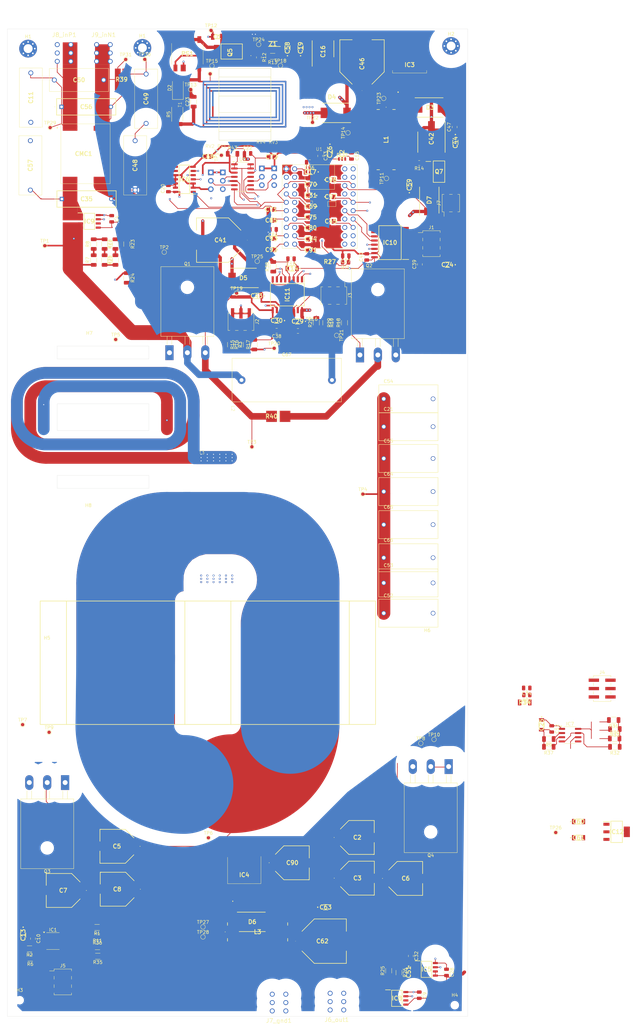
<source format=kicad_pcb>
(kicad_pcb (version 20241229) (generator "pcbnew") (generator_version "9.0")
  (layers (0 "F.Cu" signal) (4 "In1.Cu" signal) (6 "In2.Cu" signal) (2 "B.Cu" signal) (13 "F.Paste" user) (15 "B.Paste" user) (5 "F.SilkS" user "F.Silkscreen") (7 "B.SilkS" user "B.Silkscreen") (1 "F.Mask" user) (3 "B.Mask" user) (25 "Edge.Cuts" user))
  (net 0 "")
  (net 1 "OUT1")
  (net 2 "GND_ISO")
  (net 3 "Net-(D2-K)")
  (net 4 "Net-(T3-AB)")
  (net 5 "GND_extern")
  (net 6 "3.3v_or_5v_extern")
  (net 7 "Vref2048")
  (net 8 "ThermMes_P")
  (net 9 "S_P_H")
  (net 10 "+12drvSec")
  (net 11 "HVP1")
  (net 12 "+12drvPrimH")
  (net 13 "+12drvPrim")
  (net 14 "+3.3V_second")
  (net 15 "ThermMes_S")
  (net 16 "Net-(D3-K)")
  (net 17 "Net-(IC1-MIN_TOFF)")
  (net 18 "Net-(IC1-MIN_TON)")
  (net 20 "Net-(D5-A)")
  (net 21 "Net-(D6-K)")
  (net 22 "Net-(D7-A)")
  (net 23 "D_S_H")
  (net 24 "To_Jum_SH")
  (net 28 "D_S_L")
  (net 29 "To_Jum_SL")
  (net 30 "SCK")
  (net 31 "NSS")
  (net 32 "NSS_extern")
  (net 33 "VoutMes1")
  (net 34 "CompOut")
  (net 35 "Net-(U9A--)")
  (net 36 "Net-(U9B--)")
  (net 37 "Net-(U9C--)")
  (net 38 "Net-(U9D--)")
  (net 39 "VinMes1")
  (net 40 "CurrInMes1")
  (net 41 "MISO")
  (net 42 "HVP2")
  (net 43 "CurrOutMes1")
  (net 44 "OUT2")
  (net 45 "MISO_extern")
  (net 46 "GND2")
  (net 47 "Net-(R20-Pad2)")
  (net 48 "HVN_IN")
  (net 49 "HVP_IN")
  (net 50 "Net-(R21-Pad2)")
  (net 51 "Net-(R22-Pad2)")
  (net 52 "SCK_extern")
  (net 53 "MOSI_extern")
  (net 54 "MOSI")
  (net 55 "To_Jum_L")
  (net 56 "To_Jum_H")
  (net 57 "Net-(J2-Pin_6)")
  (net 58 "Net-(J2-Pin_4)")
  (net 59 "Net-(J2-Pin_2)")
  (net 60 "EN1")
  (net 61 "FeedbacktoMCU")
  (net 64 "Net-(J3-Pin_4)")
  (net 65 "Net-(J3-Pin_2)")
  (net 67 "Net-(J3-Pin_6)")
  (net 68 "Net-(J4-Pin_2)")
  (net 69 "Net-(J4-Pin_6)")
  (net 70 "ResMuc")
  (net 71 "Net-(J4-Pin_4)")
  (net 72 "Net-(J5-Pin_6)")
  (net 73 "Net-(J5-Pin_2)")
  (net 75 "Net-(PS1-BP{slash}M)")
  (net 76 "RDY1")
  (net 77 "Net-(J5-Pin_4)")
  (net 78 "G_P_H")
  (net 79 "G_P_L")
  (net 80 "Net-(C50-Pad2)")
  (net 81 "G_S_H")
  (net 82 "G_S_L")
  (net 83 "Net-(Q5-A)")
  (net 84 "Net-(Q7-B)")
  (net 85 "Net-(T3-AA)")
  (net 86 "Net-(R7-Pad2)")
  (net 87 "Net-(R10-Pad1)")
  (net 88 "Net-(D4-A)")
  (net 89 "Net-(PS1-EN{slash}UV)")
  (net 90 "Net-(R10-Pad2)")
  (net 91 "Net-(Z1-A)")
  (net 92 "MUC_FAN_CTR")
  (net 94 "Net-(IC7-MIN_TON)")
  (net 95 "Net-(IC7-MIN_TOFF)")
  (net 99 "Net-(J8-Pin_2)")
  (net 103 "Net-(D2-A)")
  (net 105 "VIA")
  (net 107 "VIB")
  (net 122 "Net-(Q2-D)")
  (net 123 "+3.3V")
  (net 124 "+3.3V_TO_BE_DEFINE!!")
  (net 125 "VinMes1_Prim")
  (footprint "MountingHole:MountingHole_2.7mm_M2.5_Pad_Via" (layer "F.Cu") (at 320.056485 -53.353515)
    (property "Reference" "H1")
    (property "Value" "~")
  )
  (footprint "C0805C102J5GACTU:C0805" (layer "F.Cu") (at 406.04 -12.1 180)
    (property "Reference" "C70")
    (property "Value" "C0805C102J5GACTU" (hide yes))
  )
  (footprint "Package_TO_SOT_THT:TO-247-3_Horizontal_TabDown" (layer "F.Cu") (at 420.97 39.71)
    (property "Reference" "Q2")
    (property "Value" "IPW60R037CM8XKSA1")
  )
  (footprint "TestPoint:TestPoint_Pad_D1.0mm" (layer "F.Cu") (at 375.96 -48.14)
    (property "Reference" "TP15")
    (property "Value" "TestPoint")
  )
  (footprint "875115350002:CAPAE830X770N" (layer "F.Cu") (at 442.72 -25.98 -90)
    (property "Reference" "C42")
    (property "Value" "875115350002" (hide yes))
  )
  (footprint "Capacitor_SMD:C_0805_2012Metric" (layer "F.Cu") (at 447.3 227.28 -90)
    (property "Reference" "C28")
    (property "Value" "SH21B104K101CT")
  )
  (footprint "TestPoint:TestPoint_Pad_D1.0mm" (layer "F.Cu") (at 443.5 156.52)
    (property "Reference" "TP10")
    (property "Value" "TestPoint")
  )
  (footprint "B40910A8127M000:B40910A8127M000" (layer "F.Cu") (at 400.41 193.98)
    (property "Reference" "C90")
    (property "Value" "B40910A8127M000" (hide yes))
  )
  (footprint "B32672L8153J000:CAPRR1500W80L1800T850H1450" (layer "F.Cu") (at 435.71 101.31)
    (property "Reference" "C66")
    (property "Value" "B32672L8153J")
  )
  (footprint "Resistor_SMD:R_0805_2012Metric" (layer "F.Cu") (at 471.72 143.01 180)
    (property "Reference" "RT2")
    (property "Value" "TX08F103F3435ER")
  )
  (footprint "New_Linrary:tab_conn" (layer "F.Cu") (at 331.04 -57.525)
    (property "Reference" "J8_inP1")
    (property "Value" "Screw_Terminal_01x01" (hide yes))
  )
  (footprint "ACS70331EOLCTR-005U3:SOIC127P600X175-8N" (layer "F.Cu") (at 441.2 226.35)
    (property "Reference" "IC5")
    (property "Value" "SI8932B-IS" (hide yes))
  )
  (footprint "Resistor_SMD:R_1206_3216Metric" (layer "F.Cu") (at 498.1475 150.62 180)
    (property "Reference" "R31")
    (property "Value" "KTR18EZPJ3R0")
  )
  (footprint "New_Linrary:RV_precision" (layer "F.Cu") (at 375.35 -23.2025)
    (property "Reference" "RV2")
    (property "Value" "~")
  )
  (footprint "Resistor_SMD:R_1206_3216Metric" (layer "F.Cu") (at 343.31 10.875 -90)
    (property "Reference" "R20")
    (property "Value" "RT1206BRD0756KL")
  )
  (footprint "B40910A8127M000:B40910A8127M000" (layer "F.Cu") (at 347.05 188.98 180)
    (property "Reference" "C5")
    (property "Value" "B40910A8127M000" (hide yes))
  )
  (footprint "Resistor_SMD:R_1206_3216Metric" (layer "F.Cu") (at 432.85 227.35 -90)
    (property "Reference" "R26")
    (property "Value" "ERA-8AEB152V")
  )
  (footprint "B81123C1222M:B81123C1222M" (layer "F.Cu") (at 352.6 -10.38 90)
    (property "Reference" "C48")
    (property "Value" "B81123C1222M" (hide yes))
  )
  (footprint "TestPoint:TestPoint_Pad_D1.0mm" (layer "F.Cu") (at 421.85 81.98)
    (property "Reference" "TP4")
    (property "Value" "TestPoint")
  )
  (footprint "TestPoint:TestPoint_Pad_D1.0mm" (layer "F.Cu") (at 480.52 184.79)
    (property "Reference" "TP26")
    (property "Value" "TestPoint")
  )
  (footprint "Resistor_SMD:R_0805_2012Metric" (layer "F.Cu") (at 390.24 -50.68 -90)
    (property "Reference" "R12")
    (property "Value" "SFR10EZPF2200")
  )
  (footprint "EEV-FK1V471Q:EEEFK0J332AQ" (layer "F.Cu") (at 378.02 4.82 180)
    (property "Reference" "C41")
    (property "Value" "EEV-FK1V471Q" (hide yes))
  )
  (footprint "MountingHole:MountingHole_2.7mm_M2.5_Pad_Via" (layer "F.Cu") (at 448.691891 -54.158109)
    (property "Reference" "H2")
    (property "Value" "~")
  )
  (footprint "TestPoint:TestPoint_Pad_D1.0mm" (layer "F.Cu") (at 361.45 8.48)
    (property "Reference" "TP2")
    (property "Value" "TestPoint")
  )
  (footprint "Resistor_SMD:R_1206_3216Metric" (layer "F.Cu") (at 341.1425 219.48)
    (property "Reference" "R11")
    (property "Value" "CRCW12060000Z0EAC")
  )
  (footprint "B40910A8127M000:B40910A8127M000" (layer "F.Cu") (at 434.88 198.73)
    (property "Reference" "C6")
    (property "Value" "B40910A8127M000" (hide yes))
  )
  (footprint "Resistor_SMD:R_1206_3216Metric" (layer "F.Cu") (at 384.03 36.5775 90)
    (property "Reference" "R15")
    (property "Value" "M251206BB5108JP500")
  )
  (footprint "PM5022-331M-RC:PM5022331MRC" (layer "F.Cu") (at 389.84 214.98)
    (property "Reference" "L3")
    (property "Value" "PM5022-331M-RC" (hide yes))
  )
  (footprint "MountingHole:MountingHole_2.7mm_M2.5_Pad_Via" (layer "F.Cu") (at 354.81 -53.58)
    (property "Reference" "H1")
    (property "Value" "~")
  )
  (footprint "TestPoint:TestPoint_Pad_D1.0mm" (layer "F.Cu") (at 318.38 152.02)
    (property "Reference" "TP7")
    (property "Value" "TestPoint")
  )
  (footprint "TestPoint:TestPoint_Pad_D1.0mm" (layer "F.Cu") (at 413.89 33.77 -90)
    (property "Reference" "TP21")
    (property "Value" "TestPoint")
  )
  (footprint "C0805C102J5GACTU:C0805" (layer "F.Cu") (at 406.04 -5.43 180)
    (property "Reference" "C69")
    (property "Value" "C0805C102J5GACTU" (hide yes))
  )
  (footprint "Resistor_SMD:R_1206_3216Metric" (layer "F.Cu") (at 498.4975 158.76 180)
    (property "Reference" "R32")
    (property "Value" "RC1206FR-0711K5L")
  )
  (footprint "Resistor_SMD:R_1206_3216Metric" (layer "F.Cu") (at 410.58 29.9275 -90)
    (property "Reference" "R19")
    (property "Value" "KTR18EZPJ3R0")
  )
  (footprint "Connector_PinHeader_2.54mm:PinHeader_2x03_P2.54mm_Vertical_SMD" (layer "F.Cu") (at 494.635 141.06)
    (property "Reference" "J4")
    (property "Value" "jumper_02x03")
  )
  (footprint "Resistor_SMD:R_1206_3216Metric" (layer "F.Cu") (at 340 10.875 90)
    (property "Reference" "R7")
    (property "Value" "RT1206BRD0756KL")
  )
  (footprint "Resistor_SMD:R_1206_3216Metric" (layer "F.Cu") (at 478.3975 158.74 180)
    (property "Reference" "R37")
    (property "Value" "RC1206FR-0711K5L")
  )
  (footprint "Resistor_SMD:R_1206_3216Metric" (layer "F.Cu") (at 388.84 36.5775 90)
    (property "Reference" "R17")
    (property "Value" "RC1206FR-0711K5L")
  )
  (footprint "B32672L8153J000:CAPRR1500W80L1800T850H1450" (layer "F.Cu") (at 435.71 61.5)
    (property "Reference" "C21")
    (property "Value" "B32672L8153J")
  )
  (footprint "B32672L8153J000:CAPRR1500W80L1800T850H1450" (layer "F.Cu") (at 435.71 81.21)
    (property "Reference" "C64")
    (property "Value" "B32672L8153J")
  )
  (footprint "Resistor_SMD:R_1206_3216Metric" (layer "F.Cu") (at 343.31 6.025 -90)
    (property "Reference" "R10")
    (property "Value" "RT1206BRD0756KL")
  )
  (footprint "Capacitor_SMD:C_0805_2012Metric" (layer "F.Cu") (at 439.21 12.2 90)
    (property "Reference" "C39")
    (property "Value" "SH21B104K101CT")
  )
  (footprint "Capacitor_SMD:C_0805_2012Metric" (layer "F.Cu") (at 418.4 -20.75 -90)
    (property "Reference" "C15")
    (property "Value" "SH21B104K101CT")
  )
  (footprint "Connector_PinHeader_2.54mm:PinHeader_2x03_P2.54mm_Vertical_SMD" (layer "F.Cu") (at 442.715 5.9)
    (property "Reference" "J1")
    (property "Value" "Conn_02x03")
  )
  (footprint "C0805C102J5GACTU:C0805" (layer "F.Cu") (at 394.09 -20.4725 180)
    (property "Reference" "C72")
    (property "Value" "C0805C102J5GACTU" (hide yes))
  )
  (footprint "C0805C102J5GACTU:C0805" (layer "F.Cu") (at 435.78 227.175 -90)
    (property "Reference" "C51")
    (property "Value" "C0805C102J5GACTU" (hide yes))
  )
  (footprint "C0805C102J5GACTU:C0805" (layer "F.Cu") (at 393.99 4.325 180)
    (property "Reference" "C93")
    (property "Value" "C0805C102J5GACTU" (hide yes))
  )
  (footprint "TestPoint:TestPoint_Pad_D1.0mm" (layer "F.Cu") (at 325.11 6.52)
    (property "Reference" "TP1")
    (property "Value" "TestPoint")
  )
  (footprint "TestPoint:TestPoint_Pad_D1.0mm" (layer "F.Cu") (at 374.89 186.39)
    (property "Reference" "TP6")
    (property "Value" "TestPoint")
  )
  (footprint "Connector_PinHeader_2.54mm:PinHeader_2x03_P2.54mm_Vertical_SMD" (layer "F.Cu") (at 330.605 230.18)
    (property "Reference" "J5")
    (property "Value" "jumper_02x03")
  )
  (footprint "C0805C102J5GACTU:C0805" (layer "F.Cu") (at 406 1.085)
    (property "Reference" "C80")
    (property "Value" "C0805C102J5GACTU" (hide yes))
  )
  (footprint "New_Linrary:tab_conn" (layer "F.Cu") (at 396.3 241.945 180)
    (property "Reference" "J7_gnd1")
    (property "Value" "Screw_Terminal_01x01" (hide yes))
  )
  (footprint "Resistor_SMD:R_1206_3216Metric" (layer "F.Cu") (at 498.4375 156.22)
    (property "Reference" "R30")
    (property "Value" "CRCW12060000Z0EAC")
  )
  (footprint "Capacitor_SMD:C_0805_2012Metric" (layer "F.Cu") (at 321.525 217.03 -90)
    (property "Reference" "C10")
    (property "Value" "SH21B104K101CT")
  )
  (footprint "RN73R2BTTD4991B25:RESC3216X70N" (layer "F.Cu") (at 471.075 145.27)
    (property "Reference" "R34")
    (property "Value" "RN73R2BTTD4991B25" (hide yes))
  )
  (footprint "GRM31CR71E106KA12K:GRM31x" (layer "F.Cu") (at 476.2075 152.07 -90)
    (property "Reference" "C25")
    (property "Value" "GRM31CR71E106KA12K" (hide yes))
  )
  (footprint "EEV-FK1V471Q:EEEFK0J332AQ" (layer "F.Cu") (at 410.09 217.79)
    (property "Reference" "C62")
    (property "Value" "EEV-FK1V471Q" (hide yes))
  )
  (footprint "ACS70331EOLCTR-005U3:SOIC127P600X175-8N" (layer "F.Cu") (at 338.68 -0.88)
    (property "Reference" "IC9")
    (property "Value" "ACS70331EOLCTR-005U3" (hide yes))
  )
  (footprint "MBRS340T3G:DIOM8059X261N" (layer "F.Cu") (at 413.59 -33.83 180)
    (property "Reference" "D4")
    (property "Value" "MBRS340T3G" (hide yes))
  )
  (footprint "TestPoint:TestPoint_Pad_D1.0mm" (layer "F.Cu") (at 375.69 -58.92)
    (property "Reference" "TP12")
    (property "Value" "TestPoint")
  )
  (footprint "Package_TO_SOT_THT:TO-247-3_Horizontal_TabDown" (layer "F.Cu") (at 447.95 164.75 180)
    (property "Reference" "Q4")
    (property "Value" "FDH055N15A")
  )
  (footprint "B32672L8153J000:CAPRR1500W80L1800T850H1450" (layer "F.Cu") (at 435.71 91.26)
    (property "Reference" "C65")
    (property "Value" "B32672L8153J")
  )
  (footprint "Package_SO:SOIC-8_3.9x4.9mm_P1.27mm" (layer "F.Cu") (at 327.605 217.76)
    (property "Reference" "IC1")
    (property "Value" "NCP43080DDR2G")
  )
  (footprint "Resistor_SMD:R_1206_3216Metric" (layer "F.Cu") (at 382.2275 -21.4025)
    (property "Reference" "R43")
    (property "Value" "RC1206FR-0711K5L")
  )
  (footprint "R46KI310050M1K:R46KI310050M1K" (layer "F.Cu") (at 330.23 -35.67)
    (property "Reference" "C56")
    (property "Value" "R46KI310050M1K" (hide yes))
  )
  (footprint "New_Linrary:tab_conn" (layer "F.Cu") (at 343.02 -57.525)
    (property "Reference" "J9_inN1")
    (property "Value" "Screw_Terminal_01x01" (hide yes))
  )
  (footprint "Resistor_SMD:R_1206_3216Metric" (layer "F.Cu") (at 416.28 29.9275 90)
    (property "Reference" "R18")
    (property "Value" "RNCE1206BTE10R0")
  )
  (footprint "MBRS340T3G:DIOM8059X261N" (layer "F.Cu") (at 442.29 -35.47)
    (property "Reference" "D3")
    (property "Value" "MBRS340T3G" (hide yes))
  )
  (footprint "RN73R2BTTD4991B25:RESC3216X70N" (layer "F.Cu") (at 411.81 11.4)
    (property "Reference" "R27")
    (property "Value" "RN73R2BTTD4991B25" (hide yes))
  )
  (footprint "Capacitor_SMD:C_0805_2012Metric" (layer "F.Cu") (at 402.119 32.419 180)
    (property "Reference" "C37" (hide yes))
    (property "Value" "SH21B104K101CT")
  )
  (footprint "GRM31CR71E106KA12K:GRM31x" (layer "F.Cu") (at 400.34 13.43 180)
    (property "Reference" "C14")
    (property "Value" "GRM31CR71E106KA12K" (hide yes))
  )
  (footprint "Resistor_SMD:R_1206_3216Metric" (layer "F.Cu") (at 341.1375 216.45 180)
    (property "Reference" "R36")
    (property "Value" "RC1206JR-071R1L")
  )
  (footprint "DPC817S-B-TR:DPC817SBTR" (layer "F.Cu") (at 381.96 -52.48 90)
    (property "Reference" "Q5")
    (property "Value" "DPC817S-B-TR" (hide yes))
  )
  (footprint "Capacitor_SMD:C_0805_2012Metric" (layer "F.Cu") (at 416.67 9.57 180)
    (property "Reference" "C27")
    (property "Value" "SH21B104K101CT")
  )
  (footprint "TestPoint:TestPoint_Pad_D1.0mm" (layer "F.Cu") (at 369.49 -40.94)
    (property "Reference" "TP13")
    (property "Value" "TestPoint")
  )
  (footprint "Diode_SMD:D_SMA" (layer "F.Cu") (at 365.6 -41.4225 90)
    (property "Reference" "D2")
    (property "Value" "US1J")
  )
  (footprint "TestPoint:TestPoint_Pad_D1.0mm" (layer "F.Cu") (at 396.79 -48.2)
    (property "Reference" "TP18")
    (property "Value" "TestPoint")
  )
  (footprint "Resistor_SMD:R_1206_3216Metric" (layer "F.Cu") (at 350.04 16.3025 -90)
    (property "Reference" "R24")
    (property "Value" "RNCE1206BTE1K00")
  )
  (footprint "TestPoint:TestPoint_Pad_D1.0mm" (layer "F.Cu") (at 373.24 216.51)
    (property "Reference" "TP28")
    (property "Value" "TestPoint")
  )
  (footprint "Capacitor_SMD:C_0805_2012Metric" (layer "F.Cu") (at 395.64 32.36 180)
    (property "Reference" "C38")
    (property "Value" "SH21B104K101CT")
  )
  (footprint "C0805C102J5GACTU:C0805" (layer "F.Cu") (at 393.99 -1.185 180)
    (property "Reference" "C85")
    (property "Value" "C0805C102J5GACTU" (hide yes))
  )
  (footprint "TMCS1107A4UQDRQ1:SOIC127P600X175-8N" (layer "F.Cu") (at 432.21 235.16)
    (property "Reference" "IC8")
    (property "Value" "TMCS1107A1UQDRQ1" (hide yes))
  )
  (footprint "Capacitor_SMD:C_0805_2012Metric" (layer "F.Cu") (at 345.47 -1.67 -90)
    (property "Reference" "C4")
    (property "Value" "SH21B104K101CT")
  )
  (footprint "New_Linrary:ELP_102_20_38_V6" (layer "F.Cu") (at 372.87 69.862641)
    (property "Reference" "T3")
    (property "Value" "B66297K0000X197,B66297G0000X197")
  )
  (footprint "MountingHole:MountingHole_2.1mm" (layer "F.Cu") (at 441.44 126.42)
    (property "Reference" "H6")
    (property "Value" "~")
  )
  (footprint "Resistor_SMD:R_1206_3216Metric" (layer "F.Cu") (at 429.72 226.77 90)
    (property "Reference" "R25")
    (property "Value" "RT1206BRD0756KL")
  )
  (footprint "C0805C102J5GACTU:C0805" (layer "F.Cu") (at 406.04 -8.76 180)
    (property "Reference" "C31")
    (property "Value" "C0805C102J5GACTU" (hide yes))
  )
  (footprint "GRM31CR71E106KA12K:GRM31x" (layer "F.Cu") (at 450 -24.855 -90)
    (property "Reference" "C44")
    (property "Value" "GRM31CR71E106KA12K" (hide yes))
  )
  (footprint "B81123C1222M:B81123C1222M" (layer "F.Cu") (at 328.02 -43.825)
    (property "Reference" "C50")
    (property "Value" "B81123C1222M" (hide yes))
  )
  (footprint "New_Linrary:ELP_43_10_28_v2" (layer "F.Cu") (at 381.853367 55.966734 -90)
    (property "Reference" "L2")
    (property "Value" "B66461G0000X187")
    (fp_rect (start -18.95 25.08) (end -15.04 52.98) (stroke (width 0.05)) (fill no) (layer "Edge.Cuts"))
    (fp_rect (start -1.41 25.07) (end 6.71 52.96) (stroke (width 0.05)) (fill no) (layer "Edge.Cuts"))
    (fp_rect (start 20.34 25.06) (end 24.25 52.96) (stroke (width 0.05)) (fill no) (layer "Edge.Cuts"))
  )
  (footprint "GRM31CR71E106KA12K:GRM31x" (layer "F.Cu") (at 487.46 186.361)
    (property "Reference" "C61")
    (property "Value" "GRM31CR71E106KA12K" (hide yes))
  )
  (footprint "TNY280GN-TL:TNY280GNTL" (layer "F.Cu") (at 368.49 -51.782)
    (property "Reference" "PS1")
    (property "Value" "TNY280GN-TL" (hide yes))
  )
  (footprint "New_Linrary:RV_precision" (layer "F.Cu") (at 390.87 -24.4225)
    (property "Reference" "RV4")
    (property "Value" "~")
  )
  (footprint "GRM31CR71E106KA12K:GRM31x" (layer "F.Cu") (at 395.64 29.27 180)
    (property "Reference" "C30")
    (property "Value" "GRM31CR71E106KA12K" (hide yes))
  )
  (footprint "TestPoint:TestPoint_Pad_D1.0mm" (layer "F.Cu") (at 417.33 -27.78 90)
    (property "Reference" "TP14")
    (property "Value" "TestPoint")
  )
  (footprint "Capacitor_SMD:C_1206_3216Metric" (layer "F.Cu") (at 370.38 -37.23 90)
    (property "Reference" "C23")
    (property "Value" "AC1206JKNPOZBN103")
  )
  (footprint "TestPoint:TestPoint_Pad_D1.0mm" (layer "F.Cu") (at 394.9 37.68)
    (property "Reference" "TP20")
    (property "Value" "TestPoint")
  )
  (footprint "TestPoint:TestPoint_Pad_D1.0mm" (layer "F.Cu") (at 349.74 -50.07)
    (property "Reference" "TP31")
    (property "Value" "TestPoint")
  )
  (footprint "B32672L8153J000:CAPRR1500W80L1800T850H1450" (layer "F.Cu") (at 435.71 118.16)
    (property "Reference" "C52")
    (property "Value" "B32672L8153J")
  )
  (footprint "TestPoint:TestPoint_Pad_D1.0mm" (layer "F.Cu") (at 439.48 157.68)
    (property "Reference" "TP8")
    (property "Value" "TestPoint")
  )
  (footprint "Capacitor_SMD:C_0805_2012Metric" (layer "F.Cu") (at 449.78 -29.53 90)
    (property "Reference" "C47")
    (property "Value" "SH21B104K101CT")
  )
  (footprint "A768EB107M1ELAS036:CAPAE660X600N" (layer "F.Cu") (at 409.74 -52.47 90)
    (property "Reference" "C16")
    (property "Value" "A768EB107M1ELAS036" (hide yes))
  )
  (footprint "C0805C102J5GACTU:C0805" (layer "F.Cu") (at 374.79 -20.58 180)
    (property "Reference" "C68")
    (property "Value" "C0805C102J5GACTU" (hide yes))
  )
  (footprint "Resistor_SMD:R_0805_2012Metric" (layer "F.Cu") (at 438.992 -18.625 180)
    (property "Reference" "R14")
    (property "Value" "SFR10EZPF2200")
  )
  (footprint "TestPoint:TestPoint_Pad_D1.0mm" (layer "F.Cu") (at 346.69 35.01)
    (property "Reference" "TP5")
    (property "Value" "TestPoint")
  )
  (footprint "Capacitor_SMD:C_0805_2012Metric" (layer "F.Cu") (at 479.2975 153.31 -90)
    (property "Reference" "C12")
    (property "Value" "SH21B104K101CT")
  )
  (footprint "Package_SO:SOIC-14_3.9x8.7mm_P1.27mm" (layer "F.Cu") (at 385.26 -14.4025)
    (property "Reference" "U9")
    (property "Value" "TLV9024QDRQ1")
  )
  (footprint "C0805C102J5GACTU:C0805" (layer "F.Cu") (at 412.09 -13.495)
    (property "Reference" "C96")
    (property "Value" "C0805C102J5GACTU" (hide yes))
  )
  (footprint "GRM31CR71E106KA12K:GRM31x" (layer "F.Cu") (at 447.565 12.3 180)
    (property "Reference" "C24")
    (property "Value" "GRM31CR71E106KA12K" (hide yes))
  )
  (footprint "LT6654BIS6-2.048#TRMPBF:SOT95P280X100-6N" (layer "F.Cu") (at 415.549 -21.125 90)
    (property "Reference" "IC2")
    (property "Value" "LT6654BIS6-2.048#TRMPBF" (hide yes))
  )
  (footprint "B32672L8153J000:CAPRR1500W80L1800T850H1450" (layer "F.Cu") (at 435.71 53.04)
    (property "Reference" "C54")
    (property "Value" "B32672L8153J")
  )
  (footprint "Capacitor_THT:C_Rect_L33.0mm_W13.0mm_P27.50mm_MKS4" (layer "F.Cu") (at 384.96 47.34)
    (property "Reference" "C67")
    (property "Value" "EFDKS60K405D032LH")
  )
  (footprint "GRM31CR71E106KA12K:GRM31x" (layer "F.Cu") (at 389.52 21.77 180)
    (property "Reference" "C43")
    (property "Value" "GRM31CR71E106KA12K" (hide yes))
  )
  (footprint "Package_SO:SOIC-8_3.9x4.9mm_P1.27mm" (layer "F.Cu") (at 484.8625 155.205)
    (property "Reference" "IC7")
    (property "Value" "NCP43080DDR2G")
  )
  (footprint "Resistor_SMD:R_1206_3216Metric" (layer "F.Cu") (at 340 6.025 90)
    (property "Reference" "R8")
    (property "Value" "RT1206BRD0756KL")
  )
  (footprint "Capacitor_SMD:C_0805_2012Metric" (layer "F.Cu") (at 408.87 -20.75 -90)
    (property "Reference" "C33")
    (property "Value" "SH21B104K101CT")
  )
  (footprint "GRM31CR71E106KA12K:GRM31x" (layer "F.Cu") (at 402.92 -53.58 90)
    (property "Reference" "C19")
    (property "Value" "GRM31CR71E106KA12K" (hide yes))
  )
  (footprint "TestPoint:TestPoint_Pad_D1.0mm" (layer "F.Cu") (at 326.44 154.34)
    (property "Reference" "TP9")
    (property "Value" "TestPoint")
  )
  (footprint "GRM31CR71E106KA12K:GRM31x" (layer "F.Cu") (at 398.93 -53.58 90)
    (property "Reference" "C58")
    (property "Value" "GRM31CR71E106KA12K" (hide yes))
  )
  (footprint "MountingHole:MountingHole_2.1mm" (layer "F.Cu") (at 317.49 235.73)
    (property "Reference" "H3")
    (property "Value" "~")
  )
  (footprint "BZT52C11-7-F:SOD3716X145N" (layer "F.Cu") (at 394.48 -54.784 180)
    (property "Reference" "Z1")
    (property "Value" "BZT52C11-7-F" (hide yes))
  )
  (footprint "Resistor_SMD:R_0805_2012Metric" (layer "F.Cu") (at 416.6025 11.55 180)
    (property "Reference" "RT1")
    (property "Value" "TX08F103F3435ER")
  )
  (footprint "TestPoint:TestPoint_Pad_D1.0mm" (layer "F.Cu") (at 378.83 -20.96 90)
    (property "Reference" "TP17")
    (property "Value" "TestPoint")
  )
  (footprint "Resistor_SMD:R_1206_3216Metric" (layer "F.Cu") (at 478.4075 156.39 180)
    (property "Reference" "R9")
    (property "Value" "RC1206FR-0711K5L")
  )
  (footprint "TestPoint:TestPoint_Pad_D1.0mm" (layer "F.Cu") (at 383.46 20.95)
    (property "Reference" "TP19")
    (property "Value" "TestPoint")
  )
  (footprint "C0805C102J5GACTU:C0805" (layer "F.Cu") (at 412.09 -8.335)
    (property "Reference" "C97")
    (property "Value" "C0805C102J5GACTU" (hide yes))
  )
  (footprint "GRM31CR71E106KA12K:GRM31x" (layer "F.Cu") (at 410.53 207.48)
    (property "Reference" "C63")
    (property "Value" "GRM31CR71E106KA12K" (hide yes))
  )
  (footprint "MountingHole:MountingHole_2.1mm" (layer "F.Cu") (at 341.76 33.51)
    (property "Reference" "H7")
    (property "Value" "~")
  )
  (footprint "TestPoint:TestPoint_Pad_D1.0mm" (layer "F.Cu") (at 388.11 67.62)
    (property "Reference" "TP3")
    (property "Value" "TestPoint")
  )
  (footprint "Package_TO_SOT_THT:TO-247-3_Horizontal_TabDown" (layer "F.Cu") (at 363.04 39.02)
    (property "Reference" "Q1")
    (property "Value" "IPW60R037CM8XKSA1")
  )
  (footprint "C0805C102J5GACTU:C0805" (layer "F.Cu") (at 406 7.905)
    (property "Reference" "C91")
    (property "Value" "C0805C102J5GACTU" (hide yes))
  )
  (footprint "Connector_PinHeader_2.54mm:PinHeader_2x03_P2.54mm_Vertical_SMD" (layer "F.Cu") (at 384.78 29.605 -90)
    (property "Reference" "J2")
    (property "Value" "jumper_02x03")
  )
  (footprint "PA2750NL:PA2750NL" (layer "F.Cu") (at 337.515 -21.41)
    (property "Reference" "CMC1")
    (property "Value" "PA2750NL" (hide yes))
  )
  (footprint "C0805C102J5GACTU:C0805" (layer "F.Cu") (at 406.01 -2.12)
    (property "Reference" "C75")
    (property "Value" "C0805C102J5GACTU" (hide yes))
  )
  (footprint "TestPoint:TestPoint_Pad_D1.0mm" (layer "F.Cu") (at 390.18 -54.63)
    (property "Reference" "TP24")
    (property "Value" "TestPoint")
  )
  (footprint "B40910A8127M000:B40910A8127M000" (layer "F.Cu") (at 420.2 198.65)
    (property "Reference" "C3")
    (property "Value" "B40910A8127M000" (hide yes))
  )
  (footprint "LRMAP2512-R007FT4:RESC6432X90N" (layer "F.Cu") (at 396.14 58.36)
    (property "Reference" "R40")
    (property "Value" "LRMAP2512-R007FT4" (hide yes))
  )
  (footprint "B81123C1222M:B81123C1222M" (layer "F.Cu") (at 355.94 -45.63 -90)
    (property "Reference" "C49")
    (property "Value" "B81123C1222M" (hide yes))
  )
  (footprint "SI82390BD-IS:SOIC127P1030X265-16N" (layer "F.Cu") (at 398.89 21.42 -90)
    (property "Reference" "IC11")
    (property "Value" "SI82390BD-IS" (hide yes))
  )
  (footprint "Resistor_SMD:R_1206_3216Metric" (layer "F.Cu") (at 386.43 36.5775 90)
    (property "Reference" "R3")
    (property "Value" "RNCE1206BTE10R0")
  )
  (footprint "Resistor_SMD:R_1206_3216Metric" (layer "F.Cu") (at 346.62 6.025 90)
    (property "Reference" "R22")
    (property "Value" "RT1206BRD0756KL")
  )
  (footprint "GRM31CR71E106KA12K:GRM31x" (layer "F.Cu") (at 401.995 29.5 180)
    (property "Reference" "C29")
    (property "Value" "GRM31CR71E106KA12K" (hide yes))
  )
  (footprint "Resistor_SMD:R_1206_3216Metric" (layer "F.Cu") (at 346.62 10.875 90)
    (property "Reference" "R21")
    (property "Value" "RT1206BRD0756KL")
  )
  (footprint "Package_TO_SOT_THT:TO-247-3_Horizontal_TabDown" (layer "F.Cu") (at 331.31 169.61 180)
    (property "Reference" "Q3")
    (property "Value" "FDH055N15A")
  )
  (footprint "TestPoint:TestPoint_Pad_D1.0mm" (layer "F.Cu") (at 355.53 -50.1)
    (property "Reference" "TP30")
    (property "Value" "TestPoint")
  )
  (footprint "ISO7741BDWR:SOIC127P1030X265-16N" (layer "F.Cu") (at 430.121 5.581 180)
    (property "Reference" "IC10")
    (property "Value" "ISO7741BDWR" (hide yes))
  )
  (footprint "Resistor_SMD:R_1206_3216Metric" (layer "F.Cu") (at 350.04 6.025 -90)
    (property "Reference" "R23")
    (property "Value" "RT1206BRD0756KL")
  )
  (footprint "TestPoint:TestPoint_Pad_D1.0mm" (layer "F.Cu") (at 389.73 11.25)
    (property "Reference" "TP25")
    (property "Value" "TestPoint")
  )
  (footprint "New_Linrary:Trans_planner_buck" (layer "F.Cu") (at 366.7475 -36.35 90)
    (property "Reference" "T1")
    (property "Value" "B66285G0000X187,B66285K0000X187")
    (fp_rect (start 8.39 11.34) (end 10.99 27.13) (stroke (width 0.05)) (fill no) (layer "Edge.Cuts"))
    (fp_rect (start -2.41 11.34) (end 2.6 27.14) (stroke (width 0.05)) (fill no) (layer "Edge.Cuts"))
    (fp_rect (start -10.8 11.34) (end -8.21 27.14) (stroke (width 0.05)) (fill no) (layer "Edge.Cuts"))
  )
  (footprint "Connector_PinHeader_2.54mm:PinHeader_2x02_P2.54mm_Vertical_SMD" (layer "F.Cu") (at 448.63 -6.42 90)
    (property "Reference" "J7")
    (property "Value" "Conn_02x02_Odd_Even")
  )
  (footprint "LM2575-3.3WU-TR:MIC29302WU" (layer "F.Cu") (at 436.08 -54.73)
    (property "Reference" "IC3")
    (property "Value" "LM2575-3.3WU-TR" (hide yes))
  )
  (footprint "Resistor_SMD:R_1206_3216Metric" (layer "F.Cu") (at 320.4825 220.12 180)
    (property "Reference" "R2")
    (property "Value" "RC1206FR-0711K5L")
  )
  (footprint "Resistor_SMD:R_1206_3216Metric" (layer "F.Cu") (at 394.43 -51.01 180)
    (property "Reference" "R13")
    (property "Value" "CR1206-FX-1071ELF")
  )
  (footprint "Capacitor_SMD:C_0805_2012Metric" (layer "F.Cu") (at 405.69 -18.84 180)
    (property "Reference" "C36")
    (property "Value" "SH21B104K101CT" (hide yes))
  )
  (footprint "TestPoint:TestPoint_Pad_D1.0mm" (layer "F.Cu") (at 375.42 -45.69)
    (property "Reference" "TP16")
    (property "Value" "TestPoint")
  )
  (footprint "GRM31CR71E106KA12K:GRM31x" (layer "F.Cu") (at 318.545 215.945 -90)
    (property "Reference" "C13")
    (property "Value" "GRM31CR71E106KA12K" (hide yes))
  )
  (footprint "TestPoint:TestPoint_Pad_D1.0mm" (layer "F.Cu") (at 406.55 -30.93)
    (property "Reference" "TP22")
    (property "Value" "TestPoint")
  )
  (footprint "Capacitor_SMD:C_0805_2012Metric" (layer "F.Cu") (at 362.72 -10.84 90)
    (property "Reference" "C20")
    (property "Value" "SH21B104K101CT")
  )
  (footprint "MBRS340T3G:DIOM8059X261N" (layer "F.Cu") (at 442.06 -7.33 90)
    (property "Reference" "D7")
    (property "Value" "MBRS340T3G" (hide yes))
  )
  (footprint "TestPoint:TestPoint_Pad_D1.0mm" (layer "F.Cu") (at 373.24 213.46)
    (property "Reference" "TP27")
    (property "Value" "TestPoint")
  )
  (footprint "B81123C1222M:B81123C1222M" (layer "F.Cu") (at 320.74 -25.38 -90)
    (property "Reference" "C57")
    (property "Value" "B81123C1222M" (hide yes))
  )
  (footprint "Resistor_SMD:R_1206_3216Metric" (layer "F.Cu") (at 394.62 12.9225 90)
    (property "Reference" "R38")
    (property "Value" "RC1206FR-0711K5L")
  )
  (footprint "MountingHole:MountingHole_2.1mm" (layer "F.Cu") (at 325.79 128.71)
    (property "Reference" "H5")
    (property "Value" "~")
  )
  (footprint "R46KI310050M1K:R46KI310050M1K" (layer "F.Cu") (at 330.32 -7.67)
    (property "Reference" "C35")
    (property "Value" "R46KI310050M1K" (hide yes))
  )
  (footprint "New_Linrary:SMT32F1-MINI" (layer "F.Cu") (at 408.58 -22.32)
    (property "Reference" "U1")
    (property "Value" "stm32F103C8T6-CH340" (hide yes))
  )
  (footprint "B40910A8127M000:B40910A8127M000" (layer "F.Cu") (at 347.14 202.01 180)
    (property "Reference" "C8")
    (property "Value" "B40910A8127M000" (hide yes))
  )
  (footprint "BCP5616H6327XTSA1:SOT230P700X180-4N" (layer "F.Cu") (at 445.02 -15.98)
    (property "Reference" "Q7")
    (property "Value" "BCP5616H6327XTSA1" (hide yes))
  )
  (footprint "B40910A8127M000:B40910A8127M000" (layer "F.Cu") (at 420.17 186.29)
    (property "Reference" "C2")
    (property "Value" "B40910A8127M000" (hide yes))
  )
  (footprint "GRM31CR71E106KA12K:GRM31x" (layer "F.Cu") (at 487.46 181.457)
    (property "Reference" "C60")
    (property "Value" "GRM31CR71E106KA12K" (hide yes))
  )
  (footprint "Resistor_SMD:R_1206_3216Metric" (layer "F.Cu") (at 381.6 36.5775 -90)
    (property "Reference" "R16")
    (property "Value" "KTR18EZPJ3R0")
  )
  (footprint "Capacitor_SMD:C_0805_2012Metric" (layer "F.Cu") (at 400.01 10.48 180)
    (property "Reference" "C18")
    (property "Value" "SH21B104K101CT")
  )
  (footprint "PM5022-331M-RC:PM5022331MRC" (layer "F.Cu") (at 428.93 -25.71 -90)
    (property "Reference" "L1")
    (property "Value" "PM5022-331M-RC" (hide yes))
  )
  (footprint "C0805C102J5GACTU:C0805" (layer "F.Cu") (at 412.09 -0.885 180)
    (property "Reference" "C45")
    (property "Value" "C0805C102J5GACTU" (hide yes))
  )
  (footprint "C0805C102J5GACTU:C0805" (layer "F.Cu") (at 393.99 -4.485)
    (property "Reference" "C71")
    (property "Value" "C0805C102J5GACTU" (hide yes))
  )
  (footprint "B32672L8153J000:CAPRR1500W80L1800T850H1450" (layer "F.Cu") (at 435.71 71.16)
    (property "Reference" "C55")
    (property "Value" "B32672L8153J")
  )
  (footprint "Resistor_SMD:R_1206_3216Metric" (layer "F.Cu") (at 320.6975 222.94 180)
    (property "Reference" "R6")
    (property "Value" "RC1206FR-0711K5L")
  )
  (footprint "MBRS340T3G:DIOM8059X261N" (layer "F.Cu") (at 388.22 211.93)
    (property "Reference" "D6")
    (property "Value" "MBRS340T3G" (hide yes))
  )
  (footprint "Resistor_SMD:R_1206_3216Metric" (layer "F.Cu") (at 341.24 222.37 180)
    (property "Reference" "R35")
    (property "Value" "RC1206FR-0711K5L")
  )
  (footprint "Resistor_SMD:R_1206_3216Metric" (layer "F.Cu") (at 341.0225 213.62 180)
    (property "Reference" "R1")
    (property "Value" "KTR18EZPJ3R0")
  )
  (footprint "MountingHole:MountingHole_2.1mm" (layer "F.Cu") (at 341.46 85.85)
    (property "Reference" "H8")
    (property "Value" "~")
  )
  (footprint "GRM31CR71E106KA12K:GRM31x" (layer "F.Cu") (at 411.83 -21.929 -90)
    (property "Reference" "C26")
    (property "Value" "GRM31CR71E106KA12K" (hide yes))
  )
  (footprint "Capacitor_SMD:C_0805_2012Metric" (layer "F.Cu") (at 423.031 9.921 90)
    (property "Reference" "C40")
    (property "Value" "SH21B104K101CT")
  )
  (footprint "TestPoint:TestPoint_Pad_D1.0mm" (layer "F.Cu") (at 428.2 -38.24 90)
    (property "Reference" "TP23")
    (property "Value" "TestPoint")
  )
  (footprint "C0805C102J5GACTU:C0805" (layer "F.Cu") (at 393.99 7.745 180)
    (property "Reference" "C92")
    (property "Value" "C0805C102J5GACTU" (hide yes))
  )
  (footprint "Capacitor_SMD:C_0805_2012Metric" (layer "F.Cu") (at 471.7 140.88 180)
    (property "Reference" "C34")
    (property "Value" "SH21B104K101CT")
  )
  (footprint "Capacitor_SMD:C_0805_2012Metric" (layer "F.Cu") (at 394.565 1.565 180)
    (property "Reference" "C84")
    (property "Value" "SH21B104K101CT")
  )
  (footprint "B40910A8127M000:B40910A8127M000" (layer "F.Cu") (at 330.72 202.39 180)
    (property "Reference" "C7")
    (property "Value" "B40910A8127M000" (hide yes))
  )
  (footprint "Capacitor_SMD:C_0805_2012Metric" (layer "F.Cu") (at 436.45 222.29 -90)
    (property "Reference" "C32")
    (property "Value" "SH21B104K101CT")
  )
  (footprint "MBRS340T3G:DIOM8059X261N" (layer "F.Cu") (at 385.52 16.31 180)
    (property "Reference" "D5")
    (property "Value" "MBRS340T3G" (hide yes))
  )
  (footprint "LTR100JZPJ270:RESC3264X70N" (layer "F.Cu") (at 348.47 -43.985)
    (property "Reference" "R39")
    (property "Value" "LTR100JZPJ270" (hide yes))
  )
  (footprint "Connector_PinHeader_2.54mm:PinHeader_2x03_P2.54mm_Vertical_SMD" (layer "F.Cu") (at 413.03 21.665 -90)
    (property "Reference" "J3")
    (property "Value" "jumper_02x03")
  )
  (footprint "New_Linrary:tab_conn" (layer "F.Cu") (at 413.91 241.655 180)
    (property "Reference" "J6_out1")
    (property "Value" "Screw_Terminal_01x01" (hide yes))
  )
  (footprint "C0805C102J5GACTU:C0805" (layer "F.Cu") (at 406.04 4.525)
    (property "Reference" "C94")
    (property "Value" "C0805C102J5GACTU" (hide yes))
  )
  (footprint "GRM31CR71E106KA12K:GRM31x" (layer "F.Cu") (at 436 -11.975 90)
    (property "Reference" "C59")
    (property "Value" "GRM31CR71E106KA12K" (hide yes))
  )
  (footprint "GRM31CR71E106KA12K:GRM31x" (layer "F.Cu") (at 405.885 -15.89 180)
    (property "Reference" "C17")
    (property "Value" "GRM31CR71E106KA12K" (hide yes))
  )
  (footprint "B81123C1222M:B81123C1222M" (layer "F.Cu") (at 320.88 -30.97 90)
    (property "Reference" "C11")
    (property "Value" "B81123C1222M" (hide yes))
  )
  (footprint "LM2575HVS-12_NOPB:LM2575HVS12NOPB" (layer "F.Cu") (at 385.79 196.01)
    (property "Reference" "IC4")
    (property "Value" "LM2575HVS-12_NOPB" (hide yes))
  )
  (footprint "CL31A106KBHNNNE:CAPC3216X180N" (layer "F.Cu") (at 377.59 -56.95)
    (property "Reference" "C1")
    (property "Value" "CL31A106KBHNNNE" (hide yes))
  )
  (footprint "Resistor_SMD:R_1206_3216Metric" (layer "F.Cu") (at 407.71 29.9275 90)
    (property "Reference" "R28")
    (property "Value" "RC1206FR-0711K5L")
  )
  (footprint "MountingHole:MountingHole_2.1mm" (layer "F.Cu") (at 449.81 237.24)
    (property "Reference" "H4")
    (property "Value" "~")
  )
  (footprint "Resistor_SMD:R_2512_6332Metric" (layer "F.Cu") (at 365.42 -33.4025 90)
    (property "Reference" "R5")
    (property "Value" "9-2176070-5")
  )
  (footprint "Capacitor_SMD:C_0805_2012Metric" (layer "F.Cu") (at 386.79 -21.5125)
    (property "Reference" "C22")
    (property "Value" "SH21B104K101CT")
  )
  (footprint "Capacitor_SMD:C_0805_2012Metric" (layer "F.Cu") (at 439 234.21 -90)
    (property "Reference" "C9")
    (property "Value" "SH21B104K101CT")
  )
  (footprint "New_Linrary:RV_precision" (layer "F.Cu") (at 394.62 -24.4225)
    (property "Reference" "RV3")
    (property "Value" "~")
  )
  (footprint "Resistor_SMD:R_1206_3216Metric" (layer "F.Cu") (at 413.47 29.9275 90)
    (property "Reference" "R29")
    (property "Value" "M251206BB5108JP500")
  )
  (footprint "TestPoint:TestPoint_Pad_D1.0mm" (layer "F.Cu") (at 326.75 -29.36)
    (property "Reference" "TP29")
    (property "Value" "TestPoint")
  )
  (footprint "New_Linrary:RV_precision" (layer "F.Cu") (at 378.99 -23.2025)
    (property "Reference" "RV1")
    (property "Value" "~")
  )
  (footprint "B32672L8153J000:CAPRR1500W80L1800T850H1450" (layer "F.Cu") (at 435.71 108.96)
    (property "Reference" "C53")
    (property "Value" "B32672L8153J")
  )
  (footprint "SN74HC74DRG4:SOIC127P600X175-14N" (layer "F.Cu") (at 367.562 -13.65 180)
    (property "Reference" "IC6")
    (property "Value" "SN74HC74DRG4" (hide yes))
  )
  (footprint "TestPoint:TestPoint_Pad_D1.0mm" (layer "F.Cu") (at 429.04 -13.92 90)
    (property "Reference" "TP11")
    (property "Value" "TestPoint")
  )
  (footprint "EEV-FK1V471Q:EEEFK0J332AQ" (layer "F.Cu") (at 421.61 -49.3 90)
    (property "Reference" "C46")
    (property "Value" "EEV-FK1V471Q" (hide yes))
  )
  (footprint "AZ1117CH2-3.3TRG1:SOT230P700X180-4N" (layer "F.Cu") (at 499.04 184.58)
    (property "Reference" "IC12")
    (property "Value" "AZ1117CH2-3.3TRG1" (hide yes))
  )
  (footprint "Resistor_SMD:R_1206_3216Metric" (layer "F.Cu") (at 498.5075 153.35 180)
    (property "Reference" "R33")
    (property "Value" "RC1206JR-071R1L")
  )
  (gr_rect (start 330.59 -12.94) (end 335.03 -1.21) (fill yes) (layer "F.Cu") (net 42))
  (gr_line (start 375.42 -45.69) (end 375.42 -43.41) (stroke (width 0.2)) (layer "F.Cu") (net 103))
  (gr_line (start 326.75 -29.36) (end 330.3 -30.58) (stroke (width 0.2)) (layer "F.Cu") (net 49))
  (gr_rect (start 340.41 -54.655) (end 344.85 -28.745) (fill yes) (layer "F.Cu") (net 48))
  (gr_rect (start 330.59 -0.57) (end 336.73 13.54) (fill yes) (layer "F.Cu") (net 11))
  (gr_poly (pts (xy 336.73 13.54) (xy 336.73 18.5) (xy 332.37 14.14) (xy 332.37 12.35) (xy 335.54 12.35)) (fill yes) (layer "F.Cu") (net 11))
  (gr_line (start 354.83 20.11) (end 354.74 -6.05) (stroke (width 4.5)) (layer "F.Cu") (net 2))
  (gr_rect (start 330.59 -3.11) (end 336.73 -1.19) (fill yes) (layer "F.Cu") (net 42))
  (gr_rect (start 330.59 -55.25) (end 335.03 -29.34) (fill yes) (layer "F.Cu") (net 49))
  (gr_line (start 368.49 35.93) (end 366.4 32.53) (stroke (width 2.5)) (layer "F.Cu") (net 11))
  (gr_rect (start 339.99 -14.12) (end 341.86 -11.77) (fill yes) (layer "F.Cu") (net 2))
  (gr_line (start 365.47 32.93) (end 351.533567 32.908852) (stroke (width 4.5)) (layer "F.Cu") (net 11))
  (gr_line (start 327.91 -44.46) (end 320.82 -44.46) (stroke (width 0.2)) (layer "F.Cu") (net 49))
  (gr_poly (pts (xy 335.03 -7.075) (xy 336.73 -3.11) (xy 335.03 -3.11)) (fill yes) (layer "F.Cu") (net 42))
  (gr_line (start 320.82 -45.36) (end 320.82 -44.46) (stroke (width 0.2)) (layer "F.Cu") (net 49))
  (gr_line (start 351.16 32.52) (end 332.83 13.44) (stroke (width 4.5)) (layer "F.Cu") (net 11))
  (gr_line (start 354.44 -6) (end 342.23 -11.91) (stroke (width 4.5)) (layer "F.Cu") (net 2))
  (gr_line (start 371.336633 70.89) (end 381.54 70.89) (stroke (width 4)) (layer "F.Cu") (net 9))
  (gr_line (start 340 12.31) (end 336.65 12.31) (stroke (width 0.5)) (layer "F.Cu") (net 11))
  (gr_rect (start 367.24 35.93) (end 369.74 39.35) (fill yes) (layer "F.Cu") (net 11))
  (gr_line (start 368.48 35.93) (end 364.67 32.93) (stroke (width 2.5)) (layer "F.Cu") (net 11))
  (gr_line (start 372.115 -46.74) (end 372.105 -43.62) (stroke (width 1)) (layer "F.Cu") (net 103))
  (gr_line (start 372.55 -43.22) (end 372.08 -43.22) (stroke (width 0.2)) (layer "F.Cu") (net 103))
  (gr_line (start 372.4 -29.62) (end 370.2 -30.58) (stroke (width 0.5)) (layer "B.Cu") (net 11))
  (gr_line (start 412.46 47.33) (end 412.45 30.92) (stroke (width 2)) (layer "B.Cu") (net 2))
  (gr_line (start 431.865 36.39) (end 426.58 32.228583) (stroke (width 2.5)) (layer "B.Cu") (net 2))
  (gr_line (start 382.611783 31.039426) (end 354.83 23.56) (stroke (width 4.5)) (layer "B.Cu") (net 2))
  (gr_line (start 431.875 36.39) (end 427.32 30.39) (stroke (width 2.5)) (layer "B.Cu") (net 2))
  (gr_line (start 354.83 23.56) (end 354.75 2.89) (stroke (width 4.5)) (layer "B.Cu") (net 2))
  (gr_line (start 381.54 70.89) (end 370.68 70.89) (stroke (width 4)) (layer "B.Cu") (net 9))
  (gr_rect (start 430.625 36.39) (end 433.125 39.81) (fill yes) (layer "B.Cu") (net 2))
  (gr_line (start 426.58 31.060574) (end 382.611783 31.039426) (stroke (width 4.5)) (layer "B.Cu") (net 2))
  (gr_rect (start 313.76 -59.34) (end 453.76 240.66) (stroke (width 0.05)) (fill no) (layer "Edge.Cuts"))
  (segment (start 435.3925 225.8875) (end 435.78 226.275) (width 0.2) (layer "F.Cu") (net 0))
  (segment (start 432.85 225.8875) (end 435.3925 225.8875) (width 0.2) (layer "F.Cu") (net 0))
  (segment (start 437.57 225.61) (end 437.675 225.715) (width 0.2) (layer "F.Cu") (net 0))
  (segment (start 432.27 225.3075) (end 432.85 225.8875) (width 0.2) (layer "F.Cu") (net 0))
  (segment (start 437.675 225.715) (end 438.5 225.715) (width 0.2) (layer "F.Cu") (net 0))
  (segment (start 429.72 225.3075) (end 432.27 225.3075) (width 0.2) (layer "F.Cu") (net 0))
  (segment (start 436.905 226.275) (end 437.57 225.61) (width 0.2) (layer "F.Cu") (net 0))
  (segment (start 435.78 226.275) (end 436.905 226.275) (width 0.2) (layer "F.Cu") (net 0))
  (via (at 324.794133 54.81) (size 0.6) (drill 0.3) (layers "F.Cu" "B.Cu") (net 0))
  (via (at 380.23 106.712641) (size 0.6) (drill 0.3) (layers "F.Cu" "B.Cu") (net 0))
  (via (at 380.23 107.70632) (size 0.6) (drill 0.3) (layers "F.Cu" "B.Cu") (net 0))
  (via (at 382.12 107.70632) (size 0.6) (drill 0.3) (layers "F.Cu" "B.Cu") (net 0))
  (via (at 380.23 108.7) (size 0.6) (drill 0.3) (layers "F.Cu" "B.Cu") (net 0))
  (via (at 362.269133 59.54) (size 0.6) (drill 0.3) (layers "F.Cu" "B.Cu") (net 0))
  (via (at 382.12 106.712641) (size 0.6) (drill 0.3) (layers "F.Cu" "B.Cu") (net 0))
  (via (at 382.12 108.7) (size 0.6) (drill 0.3) (layers "F.Cu" "B.Cu") (net 0))
  (segment (start 351.4 188.98) (end 351.4 201.92) (width 0.2) (layer "F.Cu") (net 1))
  (segment (start 337.83 205.15) (end 337.83 206.12) (width 0.2) (layer "F.Cu") (net 1))
  (segment (start 417.32 198.65) (end 421.87 203.2) (width 0.2) (layer "F.Cu") (net 1))
  (segment (start 421.87 203.2) (end 428.33 203.2) (width 0.2) (layer "F.Cu") (net 1))
  (segment (start 351.4 201.92) (end 351.49 202.01) (width 0.2) (layer "F.Cu") (net 1))
  (segment (start 415.82 198.62) (end 415.85 198.65) (width 0.2) (layer "F.Cu") (net 1))
  (segment (start 428.33 203.2) (end 428.33 203.16) (width 0.2) (layer "F.Cu") (net 1))
  (segment (start 428.33 203.16) (end 430.53 200.96) (width 0.2) (layer "F.Cu") (net 1))
  (segment (start 347.38 206.12) (end 351.49 202.01) (width 0.2) (layer "F.Cu") (net 1))
  (segment (start 429.499 233.255) (end 429.499 234.525) (width 0.2) (layer "F.Cu") (net 1))
  (segment (start 377.5325 188.98) (end 384.6 181.9125) (width 0.2) (layer "F.Cu") (net 1))
  (segment (start 337.83 206.12) (end 347.38 206.12) (width 0.2) (layer "F.Cu") (net 1))
  (segment (start 430.53 200.96) (end 430.53 198.73) (width 0.2) (layer "F.Cu") (net 1))
  (segment (start 415.85 198.65) (end 417.32 198.65) (width 0.2) (layer "F.Cu") (net 1))
  (segment (start 415.82 186.29) (end 415.82 198.62) (width 0.2) (layer "F.Cu") (net 1))
  (segment (start 384.6 181.9125) (end 386.0225 181.9125) (width 0.2) (layer "F.Cu") (net 1))
  (segment (start 351.4 188.98) (end 377.5325 188.98) (width 0.2) (layer "F.Cu") (net 1))
  (segment (start 335.07 202.39) (end 337.83 205.15) (width 0.2) (layer "F.Cu") (net 1))
  (segment (start 407.36 -13.88) (end 407.36 -13.5) (width 0.2) (layer "F.Cu") (net 2))
  (segment (start 373.394 -20.58) (end 370.274 -17.46) (width 0.5) (layer "F.Cu") (net 2))
  (segment (start 407.36 -18.12) (end 406.64 -18.84) (width 0.2) (layer "F.Cu") (net 2))
  (segment (start 411.19 5.95) (end 411.19 -0.885) (width 0.5) (layer "F.Cu") (net 2))
  (segment (start 424.78 -55.92) (end 424.78 -55.59) (width 0.2) (layer "F.Cu") (net 2))
  (segment (start 345.615 1.025) (end 341.38 1.025) (width 0.2) (layer "F.Cu") (net 2))
  (segment (start 398.865 11.785) (end 398.865 13.43) (width 0.2) (layer "F.Cu") (net 2))
  (segment (start 393.19 -20.4725) (end 392.83 -20.1125) (width 0.2) (layer "F.Cu") (net 2))
  (segment (start 446.315 228.23) (end 447.3 228.23) (width 0.2) (layer "F.Cu") (net 2))
  (segment (start 364.85 -11.52) (end 364.85 -11.88) (width 0.5) (layer "F.Cu") (net 2))
  (segment (start 393.09 2.41) (end 393.09 4.325) (width 1) (layer "F.Cu") (net 2))
  (segment (start 373.89 -20.58) (end 373.394 -20.58) (width 0.5) (layer "F.Cu") (net 2))
  (segment (start 445.74 -35.47) (end 445.74 -37.52) (width 1) (layer "F.Cu") (net 2))
  (segment (start 411.176 -19.8) (end 411.83 -20.454) (width 0.2) (layer "F.Cu") (net 2))
  (segment (start 402.24 -15.57) (end 403.52 -14.29) (width 0.2) (layer "F.Cu") (net 2))
  (segment (start 423.031 8.971) (end 425.181 8.971) (width 0.2) (layer "F.Cu") (net 2))
  (segment (start 358.21 8.48) (end 354.38 12.31) (width 2) (layer "F.Cu") (net 2))
  (segment (start 447.3 228.75) (end 451.19 228.75) (width 0.2) (layer "F.Cu") (net 2))
  (segment (start 368.51 -12.38) (end 366.79075 -14.09925) (width 0.5) (layer "F.Cu") (net 2))
  (segment (start 435.595 237.065) (end 437.53 235.13) (width 0.2) (layer "F.Cu") (net 2))
  (segment (start 407.365 -13.495) (end 411.19 -13.495) (width 0.2) (layer "F.Cu") (net 2))
  (segment (start 407.36 -0.67) (end 407.36 7.445) (width 0.2) (layer "F.Cu") (net 2))
  (segment (start 410.07 -57.71) (end 410.07 -55.5) (width 1) (layer "F.Cu") (net 2))
  (segment (start 388.25 -57.71) (end 387.08 -57.71) (width 1) (layer "F.Cu") (net 2))
  (segment (start 415.695 -57.71) (end 410.07 -57.71) (width 1) (layer "F.Cu") (net 2))
  (segment (start 451.76 -23.45) (end 451.69 -23.38) (width 0.2) (layer "F.Cu") (net 2))
  (segment (start 441.77 -15.98) (end 444.96 -15.98) (width 0.2) (layer "F.Cu") (net 2))
  (segment (start 394.62 11.46) (end 399.06 11.46) (width 0.2) (layer "F.Cu") (net 2))
  (segment (start 449.78 -30.48) (end 445.74 -34.52) (width 1) (layer "F.Cu") (net 2))
  (segment (start 451.32 -30.48) (end 451.76 -30.04) (width 0.2) (layer "F.Cu") (net 2))
  (segment (start 426.046 8.756) (end 427.11 9.82) (width 0.2) (layer "F.Cu") (net 2))
  (segment (start 393.09 4.325) (end 393.09 7.745) (width 1) (layer "F.Cu") (net 2))
  (segment (start 399.83 -15.57) (end 402.24 -15.57) (width 0.2) (layer "F.Cu") (net 2))
  (segment (start 426.672 8.13) (end 426.046 8.756) (width 0.2) (layer "F.Cu") (net 2))
  (segment (start 393.09 7.745) (end 393.09 9.93) (width 1) (layer "F.Cu") (net 2))
  (segment (start 427.11 15.38) (end 449.04 15.38) (width 0.2) (layer "F.Cu") (net 2))
  (segment (start 413.17 7.93) (end 411.19 5.95) (width 0.5) (layer "F.Cu") (net 2))
  (segment (start 366.79075 -14.09925) (end 366.79075 -15.23925) (width 0.5) (layer "F.Cu") (net 2))
  (segment (start 398.86 -57.71) (end 391.1 -57.71) (width 1) (layer "F.Cu") (net 2))
  (segment (start 354.3525 12.3375) (end 354.38 12.31) (width 0.5) (layer "F.Cu") (net 2))
  (segment (start 432.68 -54.89) (end 435.845 -51.725) (width 0.2) (layer "F.Cu") (net 2))
  (segment (start 389.14 -20.1125) (end 387.74 -21.5125) (width 0.2) (layer "F.Cu") (net 2))
  (segment (start 398.865 13.43) (end 398.865 14.505) (width 0.2) (layer "F.Cu") (net 2))
  (segment (start 442.72 -22.63) (end 442.72 -21.19) (width 0.2) (layer "F.Cu") (net 2))
  (segment (start 407.36 -13.88) (end 407.36 -0.67) (width 0.2) (layer "F.Cu") (net 2))
  (segment (start 386.57 -53.75) (end 386.57 -56.03) (width 0.5) (layer "F.Cu") (net 2))
  (segment (start 389.14 -16.102501) (end 389.14 -16.36) (width 0.2) (layer "F.Cu") (net 2))
  (segment (start 350.04 17.765) (end 354.265 17.765) (width 0.5) (layer "F.Cu") (net 2))
  (segment (start 445.74 -37.52) (end 440.53 -42.73) (width 1) (layer "F.Cu") (net 2))
  (segment (start 443.47 -23.38) (end 442.72 -22.63) (width 0.2) (layer "F.Cu") (net 2))
  (segment (start 426.672 1.78) (end 426.04 1.78) (width 0.2) (layer "F.Cu") (net 2))
  (segment (start 398.58 -16.82) (end 399.83 -15.57) (width 0.2) (layer "F.Cu") (net 2))
  (segment (start 406.64 -18.84) (end 407.6 -19.8) (width 0.2) (layer "F.Cu") (net 2))
  (segment (start 386.57 -56.03) (end 388.25 -57.71) (width 0.5) (layer "F.Cu") (net 2))
  (segment (start 400.52 29.5) (end 400.52 28.13) (width 1) (layer "F.Cu") (net 2))
  (segment (start 436.08 -42.73) (end 436.08 -51.875) (width 0.5) (layer "F.Cu") (net 2))
  (segment (start 440.53 -42.73) (end 439.48 -42.73) (width 1) (layer "F.Cu") (net 2))
  (segment (start 369.0115 -17.46) (end 370.274 -17.46) (width 0.5) (layer "F.Cu") (net 2))
  (segment (start 354.265 17.765) (end 354.38 17.88) (width 0.2) (layer "F.Cu") (net 2))
  (segment (start 443.9 228.255) (end 446.29 228.255) (width 0.2) (layer "F.Cu") (net 2))
  (segment (start 345.495 -10.38) (end 342.21 -13.665) (width 0.2) (layer "F.Cu") (net 2))
  (segment (start 446.29 228.255) (end 446.315 228.23) (width 0.2) (layer "F.Cu") (net 2))
  (segment (start 399.06 11.46) (end 399.06 11.59) (width 0.2) (layer "F.Cu") (net 2))
  (segment (start 345.47 -0.72) (end 345.47 0.73) (width 0.2) (layer "F.Cu") (net 2))
  (segment (start 400.795 27.855) (end 400.795 26.095) (width 1) (layer "F.Cu") (net 2))
  (segment (start 423.031 8.971) (end 420.341 8.971) (width 0.5) (layer "F.Cu") (net 2))
  (segment (start 389.14 -19.94) (end 389.14 -20.1125) (width 0.2) (layer "F.Cu") (net 2))
  (segment (start 401.169 31.439) (end 400.52 30.79) (width 1) (layer "F.Cu") (net 2))
  (segment (start 426.672 1.78) (end 426.672 8.13) (width 0.2) (layer "F.Cu") (net 2))
  (segment (start 347.58 -0.62) (end 347.57 -0.61) (width 0.2) (layer "F.Cu") (net 2))
  (segment (start 345.32 -10.555) (end 342.21 -13.665) (width 0.2) (layer "F.Cu") (net 2))
  (segment (start 361.45 8.48) (end 358.21 8.48) (width 2) (layer "F.Cu") (net 2))
  (segment (start 345.69 0.95) (end 345.615 1.025) (width 0.2) (layer "F.Cu") (net 2))
  (segment (start 443.9 226.985) (end 443.9 228.255) (width 0.2) (layer "F.Cu") (net 2))
  (segment (start 402.96 -57.71) (end 398.86 -57.71) (width 1) (layer "F.Cu") (net 2))
  (segment (start 436 -13.45) (end 437.89 -13.45) (width 0.2) (layer "F.Cu") (net 2))
  (segment (start 387.735 -15.6725) (end 388.709999 -15.6725) (width 0.2) (layer "F.Cu") (net 2))
  (segment (start 407.6 -19.8) (end 408.87 -19.8) (width 0.2) (layer "F.Cu") (net 2))
  (segment (start 449.04 15.38) (end 449.2 15.54) (width 0.2) (layer "F.Cu") (net 2))
  (segment (start 418.4 -19.8) (end 417.549 -20.651) (width 0.2) (layer "F.Cu") (net 2))
  (segment (start 399.06 11.59) (end 398.865 11.785) (width 0.2) (layer "F.Cu") (net 2))
  (segment (start 388.709999 -15.6725) (end 389.14 -16.102501) (width 0.2) (layer "F.Cu") (net 2))
  (segment (start 402.92 -57.67) (end 402.96 -57.71) (width 0.5) (layer "F.Cu") (net 2))
  (segment (start 407.71 27.82) (end 407.71 28.465) (width 0.2) (layer "F.Cu") (net 2))
  (segment (start 370.274 -12.38) (end 368.51 -12.38) (width 0.5) (layer "F.Cu") (net 2))
  (segment (start 391.1 -57.71) (end 389.18 -57.71) (width 1) (layer "F.Cu") (net 2))
  (segment (start 401.71 33.94) (end 405.82 33.94) (width 1) (layer "F.Cu") (net 2))
  (segment (start 398.93 -55.055) (end 398.93 -57.64) (width 0.5) (layer "F.Cu") (net 2))
  (segment (start 364.26 -11.79) (end 364.85 -12.38) (width 0.2) (layer "F.Cu") (net 2))
  (segment (start 446.04 235.13) (end 437.53 235.13) (width 0.2) (layer "F.Cu") (net 2))
  (segment (start 393.09 9.93) (end 394.62 11.46) (width 1) (layer "F.Cu") (net 2))
  (segment (start 415.549 -20.277) (end 415.549 -19.825) (width 0.2) (layer "F.Cu") (net 2))
  (segment (start 393.615 3.8) (end 393.09 4.325) (width 0.2) (layer "F.Cu") (net 2))
  (segment (start 354.38 14.71) (end 354.38 12.31) (width 2.5) (layer "F.Cu") (net 2))
  (segment (start 372.5975 -10.6625) (end 372.155 -11.105) (width 0.5) (layer "F.Cu") (net 2))
  (segment (start 452.19 227.75) (end 452.5 227.44) (width 0.2) (layer "F.Cu") (net 2))
  (segment (start 415.72 7.93) (end 413.17 7.93) (width 0.5) (layer "F.Cu") (net 2))
  (segment (start 405.82 33.94) (end 409.8775 33.94) (width 1) (layer "F.Cu") (net 2))
  (segment (start 406.94 -8.76) (end 410.765 -8.76) (width 0.2) (layer "F.Cu") (net 2))
  (segment (start 452.19 227.75) (end 452.759 227.181) (width 1) (layer "F.Cu") (net 2))
  (segment (start 345.32 -7.67) (end 345.32 -10.555) (width 0.2) (layer "F.Cu") (net 2))
  (segment (start 401.169 32.419) (end 401.169 33.399) (width 1) (layer "F.Cu") (net 2))
  (segment (start 450 -23.38) (end 443.47 -23.38) (width 1) (layer "F.Cu") (net 2))
  (segment (start 447.3 236.39) (end 446.04 235.13) (width 0.2) (layer "F.Cu") (net 2))
  (segment (start 447.3 228.23) (end 447.3 228.75) (width 0.2) (layer "F.Cu") (net 2))
  (segment (start 401.515 24.775) (end 401.73 24.56) (width 0.2) (layer "F.Cu") (net 2))
  (segment (start 355.06 -5.38) (end 354.44 -6) (width 0.2) (layer "F.Cu") (net 2))
  (segment (start 415.69 8.22) (end 415.69 11.55) (width 0.5) (layer "F.Cu") (net 2))
  (segment (start 447.3 228.75) (end 447.3 236.39) (width 0.2) (layer "F.Cu") (net 2))
  (segment (start 415.72 7.93) (end 415.72 8.19) (width 0.5) (layer "F.Cu") (net 2))
  (segment (start 401.169 33.399) (end 401.71 33.94) (width 1) (layer "F.Cu") (net 2))
  (segment (start 345.47 0.73) (end 345.69 0.95) (width 0.2) (layer "F.Cu") (net 2))
  (segment (start 417.549 -20.651) (end 415.923 -20.651) (width 0.2) (layer "F.Cu") (net 2))
  (segment (start 370.274 -11.11) (end 370.274 -12.38) (width 0.5) (layer "F.Cu") (net 2))
  (segment (start 392.83 -20.1125) (end 389.14 -20.1125) (width 0.2) (layer "F.Cu") (net 2))
  (segment (start 449.78 -30.48) (end 451.32 -30.48) (width 0.2) (layer "F.Cu") (net 2))
  (segment (start 437.89 -13.45) (end 440.42 -15.98) (width 0.2) (layer "F.Cu") (net 2))
  (segment (start 451.19 228.75) (end 452.19 227.75) (width 0.2) (layer "F.Cu") (net 2))
  (segment (start 432.365 -55.59) (end 436.08 -51.875) (width 0.2) (layer "F.Cu") (net 2))
  (segment (start 375.62 -10.6625) (end 372.5975 -10.6625) (width 0.5) (layer "F.Cu") (net 2))
  (segment (start 445.74 -34.52) (end 445.74 -35.47) (width 0.2) (layer "F.Cu") (net 2))
  (segment (start 398.57 -16.83) (end 398.58 -16.82) (width 0.2) (layer "F.Cu") (net 2))
  (segment (start 352.6 -10.38) (end 345.495 -10.38) (width 0.2) (layer "F.Cu") (net 2))
  (segment (start 364.85 -14.92) (end 364.85 -11.88) (width 0.5) (layer "F.Cu") (net 2))
  (segment (start 407.36 -14.29) (end 407.36 -13.88) (width 0.2) (layer "F.Cu") (net 2))
  (segment (start 449.78 -30.48) (end 449.8 -30.5) (width 0.5) (layer "F.Cu") (net 2))
  (segment (start 402.92 -55.055) (end 402.92 -57.67) (width 0.5) (layer "F.Cu") (net 2))
  (segment (start 405.82 30.355) (end 405.82 33.94) (width 0.2) (layer "F.Cu") (net 2))
  (segment (start 407.36 -13.5) (end 407.365 -13.495) (width 0.2) (layer "F.Cu") (net 2))
  (segment (start 427.11 9.82) (end 427.11 15.38) (width 0.2) (layer "F.Cu") (net 2))
  (segment (start 410.07 -55.5) (end 409.74 -55.17) (width 1) (layer "F.Cu") (net 2))
  (segment (start 415.72 8.19) (end 415.69 8.22) (width 0.5) (layer "F.Cu") (net 2))
  (segment (start 398.865 14.505) (end 399.525 15.165) (width 0.2) (layer "F.Cu") (net 2))
  (segment (start 419.3 7.93) (end 415.72 7.93) (width 0.5) (layer "F.Cu") (net 2))
  (segment (start 364.84 -11.51) (end 364.85 -11.52) (width 0.5) (layer "F.Cu") (net 2))
  (segment (start 400.795 25.495) (end 401.515 24.775) (width 0.2) (layer "F.Cu") (net 2))
  (segment (start 424.78 -55.59) (end 417.815 -55.59) (width 1) (layer "F.Cu") (net 2))
  (segment (start 444.96 -18.95) (end 444.96 -15.98) (width 0.2) (layer "F.Cu") (net 2))
  (segment (start 393.615 1.565) (end 393.615 3.8) (width 0.2) (layer "F.Cu") (net 2))
  (segment (start 407.36 -0.885) (end 411.19 -0.885) (width 0.2) (layer "F.Cu") (net 2))
  (segment (start 400.795 26.095) (end 400.795 25.495) (width 0.2) (layer "F.Cu") (net 2))
  (segment (start 345.57 -0.62) (end 345.47 -0.72) (width 0.2) (layer "F.Cu") (net 2))
  (segment (start 372.155 -11.105) (end 372.16 -11.11) (width 0.5) (layer "F.Cu") (net 2))
  (segment (start 389.14 -16.36) (end 389.14 -19.94) (width 0.2) (layer "F.Cu") (net 2))
  (segment (start 439.48 -48.475) (end 436.08 -51.875) (width 1) (layer "F.Cu") (net 2))
  (segment (start 426.046 8.756) (end 425.396 8.756) (width 0.2) (layer "F.Cu") (net 2))
  (segment (start 414.599 -19.825) (end 412.459 -19.825) (width 0.2) (layer "F.Cu") (net 2))
  (segment (start 420.341 8.971) (end 419.3 7.93) (width 0.5) (layer "F.Cu") (net 2))
  (segment (start 439.245 -48.325) (end 435.845 -51.725) (width 0.2) (layer "F.Cu") (net 2))
  (segment (start 440.42 -15.98) (end 441.77 -15.98) (width 0.2) (layer "F.Cu") (net 2))
  (segment (start 439.48 -42.73) (end 439.48 -48.475) (width 1) (layer "F.Cu") (net 2))
  (segment (start 364.85 -11.11) (end 364.85 -11.52) (width 0.5) (layer "F.Cu") (net 2))
  (segment (start 399.06 10.48) (end 399.06 11.46) (width 0.2) (layer "F.Cu") (net 2))
  (segment (start 386.57 -53.75) (end 386.93 -53.75) (width 0.5) (layer "F.Cu") (net 2))
  (segment (start 354.38 17.88) (end 354.38 14.71) (width 2.5) (layer "F.Cu") (net 2))
  (segment (start 400.52 28.13) (end 400.795 27.855) (width 1) (layer "F.Cu") (net 2))
  (segment (start 407.36 7.445) (end 406.9 7.905) (width 0.2) (layer "F.Cu") (net 2))
  (segment (start 407.36 -0.67) (end 407.36 -0.885) (width 0.2) (layer "F.Cu") (net 2))
  (segment (start 362.72 -11.79) (end 364.26 -11.79) (width 0.2) (layer "F.Cu") (net 2))
  (segment (start 410.765 -8.76) (end 411.19 -8.335) (width 0.2) (layer "F.Cu") (net 2))
  (segment (start 364.85 -14.92) (end 366.4715 -14.92) (width 0.5) (layer "F.Cu") (net 2))
  (segment (start 407.71 28.465) (end 405.82 30.355) (width 0.2) (layer "F.Cu") (net 2))
  (segment (start 400.52 30.79) (end 400.52 29.5) (width 1) (layer "F.Cu") (net 2))
  (segment (start 442.72 -21.19) (end 444.96 -18.95) (width 0.2) (layer "F.Cu") (net 2))
  (segment (start 399.06 13.235) (end 398.865 13.43) (width 0.2) (layer "F.Cu") (net 2))
  (segment (start 391.1 -57.71) (end 387.08 -57.71) (width 1) (layer "F.Cu") (net 2))
  (segment (start 399.525 15.165) (end 399.525 16.745) (width 0.2) (layer "F.Cu") (net 2))
  (segment (start 401.169 32.419) (end 401.169 31.439) (width 1) (layer "F.Cu") (net 2))
  (segment (start 366.79075 -15.23925) (end 369.0115 -17.46) (width 0.5) (layer "F.Cu") (net 2))
  (segment (start 451.76 -30.04) (end 451.76 -23.45) (width 0.2) (layer "F.Cu") (net 2))
  (segment (start 424.78 -55.59) (end 432.365 -55.59) (width 1) (layer "F.Cu") (net 2))
  (segment (start 408.87 -19.8) (end 411.176 -19.8) (width 0.2) (layer "F.Cu") (net 2))
  (segment (start 407.36 -15.89) (end 407.36 -18.12) (width 0.2) (layer "F.Cu") (net 2))
  (segment (start 403.52 -14.29) (end 407.36 -14.29) (width 0.2) (layer "F.Cu") (net 2))
  (segment (start 444.96 -15.98) (end 448.27 -15.98) (width 0.2) (layer "F.Cu") (net 2))
  (segment (start 407.36 -15.89) (end 407.36 -14.29) (width 0.2) (layer "F.Cu") (net 2))
  (segment (start 414.599 -19.825) (end 415.549 -19.825) (width 0.2) (layer "F.Cu") (net 2))
  (segment (start 398.93 -57.64) (end 398.86 -57.71) (width 0.5) (layer "F.Cu") (net 2))
  (segment (start 410.07 -57.71) (end 402.96 -57.71) (width 1) (layer "F.Cu") (net 2))
  (segment (start 425.181 8.971) (end 425.396 8.756) (width 0.2) (layer "F.Cu") (net 2))
  (segment (start 415.923 -20.651) (end 415.549 -20.277) (width 0.2) (layer "F.Cu") (net 2))
  (segment (start 393.09 -4.485) (end 393.09 2.41) (width 1) (layer "F.Cu") (net 2))
  (segment (start 347.58 -0.62) (end 345.57 -0.62) (width 0.2) (layer "F.Cu") (net 2))
  (segment (start 412.459 -19.825) (end 411.83 -20.454) (width 0.2) (layer "F.Cu") (net 2))
  (segment (start 366.4715 -14.92) (end 366.79075 -15.23925) (width 0.5) (layer "F.Cu") (net 2))
  (segment (start 372.16 -11.11) (end 370.274 -11.11) (width 0.5) (layer "F.Cu") (net 2))
  (segment (start 417.815 -55.59) (end 415.695 -57.71) (width 1) (layer "F.Cu") (net 2))
  (segment (start 451.69 -23.38) (end 450 -23.38) (width 0.2) (layer "F.Cu") (net 2))
  (segment (start 426.04 1.78) (end 425.396 1.136) (width 0.2) (layer "F.Cu") (net 2))
  (via (at 389.18 -57.71) (size 0.6) (drill 0.3) (layers "F.Cu" "B.Cu") (net 2))
  (via (at 403.86 -35.59) (size 0.6) (drill 0.3) (layers "F.Cu" "B.Cu") (net 2))
  (via (at 404.746667 -35.59) (size 0.6) (drill 0.3) (layers "F.Cu" "B.Cu") (net 2))
  (via (at 406.52 -35.59) (size 0.6) (drill 0.3) (layers "F.Cu" "B.Cu") (net 2))
  (via (at 388.25 -57.71) (size 0.6) (drill 0.3) (layers "F.Cu" "B.Cu") (net 2))
  (via (at 347.58 -0.62) (size 0.6) (drill 0.3) (layers "F.Cu" "B.Cu") (net 2))
  (via (at 405.633333 -35.59) (size 0.6) (drill 0.3) (layers "F.Cu" "B.Cu") (net 2))
  (via (at 389.14 -16.36) (size 0.6) (drill 0.3) (layers "F.Cu" "B.Cu") (net 2))
  (via (at 393.09 2.41) (size 0.6) (drill 0.3) (layers "F.Cu" "B.Cu") (net 2))
  (segment (start 369.49 -39.595) (end 369.49 -40.94) (width 1) (layer "F.Cu") (net 3))
  (segment (start 365.6 -36.545) (end 365.42 -36.365) (width 1) (layer "F.Cu") (net 3))
  (segment (start 366.3175 -38.705) (end 365.6 -39.4225) (width 1) (layer "F.Cu") (net 3))
  (segment (start 370.38 -38.705) (end 366.3175 -38.705) (width 1) (layer "F.Cu") (net 3))
  (segment (start 365.6 -39.4225) (end 365.6 -36.545) (width 1) (layer "F.Cu") (net 3))
  (segment (start 370.38 -38.705) (end 369.49 -39.595) (width 1) (layer "F.Cu") (net 3))
  (segment (start 428.09 77.4) (end 428.21 77.28) (width 0.5) (layer "F.Cu") (net 4))
  (segment (start 421.85 81.98) (end 428.06 81.98) (width 0.5) (layer "F.Cu") (net 4))
  (segment (start 428.21 118.16) (end 428.21 81.83) (width 4) (layer "F.Cu") (net 4))
  (segment (start 428.21 77.28) (end 428.21 53.04) (width 4) (layer "F.Cu") (net 4))
  (segment (start 428.21 81.83) (end 428.21 77.28) (width 4) (layer "F.Cu") (net 4))
  (segment (start 428.06 81.98) (end 428.21 81.83) (width 2) (layer "F.Cu") (net 4))
  (segment (start 436.716 8.756) (end 434.846 8.756) (width 0.5) (layer "F.Cu") (net 5))
  (segment (start 434.846 1.136) (end 434.196 1.136) (width 0.2) (layer "F.Cu") (net 5))
  (segment (start 433.022098 7.582098) (end 433.022098 2.309902) (width 0.5) (layer "F.Cu") (net 5))
  (segment (start 434.846 8.756) (end 434.196 8.756) (width 0.2) (layer "F.Cu") (net 5))
  (segment (start 439.21 11.25) (end 436.716 8.756) (width 0.5) (layer "F.Cu") (net 5))
  (segment (start 443.84 12.3) (end 442.79 11.25) (width 0.5) (layer "F.Cu") (net 5))
  (segment (start 445.24 8.44) (end 445.24 8.8) (width 0.2) (layer "F.Cu") (net 5))
  (segment (start 446.09 12.3) (end 443.84 12.3) (width 0.5) (layer "F.Cu") (net 5))
  (segment (start 434.196 8.756) (end 433.022098 7.582098) (width 0.5) (layer "F.Cu") (net 5))
  (segment (start 433.022098 2.309902) (end 434.196 1.136) (width 0.5) (layer "F.Cu") (net 5))
  (segment (start 445.24 8.8) (end 442.79 11.25) (width 0.5) (layer "F.Cu") (net 5))
  (segment (start 442.79 11.25) (end 439.21 11.25) (width 0.5) (layer "F.Cu") (net 5))
  (segment (start 449.04 12.3) (end 447.690062 13.649938) (width 0.5) (layer "F.Cu") (net 6))
  (segment (start 447.690062 13.649938) (end 439.709938 13.649938) (width 0.5) (layer "F.Cu") (net 6))
  (segment (start 437.97 13.15) (end 434.846 10.026) (width 0.5) (layer "F.Cu") (net 6))
  (segment (start 445.24 3.36) (end 448.11 3.36) (width 0.5) (layer "F.Cu") (net 6))
  (segment (start 439.709938 13.649938) (end 439.21 13.15) (width 0.2) (layer "F.Cu") (net 6))
  (segment (start 448.11 3.36) (end 449.04 4.29) (width 0.5) (layer "F.Cu") (net 6))
  (segment (start 439.21 13.15) (end 437.97 13.15) (width 0.2) (layer "F.Cu") (net 6))
  (segment (start 449.04 4.29) (end 449.04 12.3) (width 0.5) (layer "F.Cu") (net 6))
  (segment (start 377.425 -22.315) (end 375.69 -20.58) (width 0.5) (layer "F.Cu") (net 7))
  (segment (start 391.14 -16.9625) (end 394.89 -16.9625) (width 0.54) (layer "F.Cu") (net 7))
  (segment (start 391.679 -23.7835) (end 394.99 -20.4725) (width 0.5) (layer "F.Cu") (net 7))
  (segment (start 394.99 -20.4725) (end 394.99 -17.0625) (width 0.5) (layer "F.Cu") (net 7))
  (segment (start 408.87 -21.7) (end 396.2175 -21.7) (width 0.5) (layer "F.Cu") (net 7))
  (segment (start 377.425 -22.315) (end 378.8935 -23.7835) (width 0.5) (layer "F.Cu") (net 7))
  (segment (start 394.99 -17.0625) (end 394.89 -16.9625) (width 0.2) (layer "F.Cu") (net 7))
  (segment (start 412.809 -22.425) (end 411.83 -23.404) (width 0.5) (layer "F.Cu") (net 7))
  (segment (start 396.2175 -21.7) (end 394.99 -20.4725) (width 0.5) (layer "F.Cu") (net 7))
  (segment (start 377.41 -15.7425) (end 375.62 -15.7425) (width 0.5) (layer "F.Cu") (net 7))
  (segment (start 408.87 -21.7) (end 410.126 -21.7) (width 0.5) (layer "F.Cu") (net 7))
  (segment (start 395.515 1.565) (end 395.515 3.7) (width 0.2) (layer "F.Cu") (net 7))
  (segment (start 378.8935 -23.7835) (end 391.679 -23.7835) (width 0.5) (layer "F.Cu") (net 7))
  (segment (start 414.599 -22.425) (end 412.809 -22.425) (width 0.5) (layer "F.Cu") (net 7))
  (segment (start 410.126 -21.7) (end 411.83 -23.404) (width 0.5) (layer "F.Cu") (net 7))
  (segment (start 395.715 3.5) (end 394.89 4.325) (width 0.2) (layer "F.Cu") (net 7))
  (segment (start 398.58 3.5) (end 395.715 3.5) (width 0.2) (layer "F.Cu") (net 7))
  (segment (start 379.26 -15.7425) (end 377.41 -15.7425) (width 0.5) (layer "F.Cu") (net 7))
  (segment (start 395.515 3.7) (end 394.89 4.325) (width 0.2) (layer "F.Cu") (net 7))
  (via (at 377.41 -15.7425) (size 0.6) (drill 0.3) (layers "F.Cu" "B.Cu") (net 7))
  (via (at 377.425 -22.315) (size 0.6) (drill 0.3) (layers "F.Cu" "B.Cu") (net 7))
  (segment (start 417.62 11.445) (end 417.515 11.55) (width 0.5) (layer "F.Cu") (net 8))
  (segment (start 402.145 4.525) (end 401.12 3.5) (width 0.2) (layer "F.Cu") (net 8))
  (segment (start 413.36 10.72) (end 413.36 11.4) (width 0.2) (layer "F.Cu") (net 8))
  (segment (start 409.45 4.98) (end 409.45 6.81) (width 0.2) (layer "F.Cu") (net 8))
  (segment (start 405.14 4.525) (end 402.145 4.525) (width 0.2) (layer "F.Cu") (net 8))
  (segment (start 409.45 6.81) (end 413.36 10.72) (width 0.2) (layer "F.Cu") (net 8))
  (segment (start 416.514 12.551) (end 417.515 11.55) (width 0.2) (layer "F.Cu") (net 8))
  (segment (start 417.62 9.57) (end 417.62 11.445) (width 0.5) (layer "F.Cu") (net 8))
  (segment (start 414.641 12.551) (end 416.514 12.551) (width 0.2) (layer "F.Cu") (net 8))
  (segment (start 413.61 11.52) (end 414.641 12.551) (width 0.2) (layer "F.Cu") (net 8))
  (via (at 409.45 4.98) (size 0.6) (drill 0.3) (layers "F.Cu" "B.Cu") (net 8))
  (segment (start 373.94 39.02) (end 373.94 44.3) (width 2) (layer "F.Cu") (net 9))
  (segment (start 388.11 58.47) (end 388 58.36) (width 0.2) (layer "F.Cu") (net 9))
  (segment (start 387.725 22.09) (end 388.045 21.77) (width 0.2) (layer "F.Cu") (net 9))
  (segment (start 374.62 39.7) (end 373.94 39.02) (width 0.2) (layer "F.Cu") (net 9))
  (segment (start 381.87 22) (end 381.96 22.09) (width 0.2) (layer "F.Cu") (net 9))
  (segment (start 378.48 10.13) (end 373.17 4.82) (width 1) (layer "F.Cu") (net 9))
  (segment (start 393.865 35.115) (end 394.24 34.74) (width 0.2) (layer "F.Cu") (net 9))
  (segment (start 388.045 23.735) (end 388.045 21.77) (width 0.5) (layer "F.Cu") (net 9))
  (segment (start 381.87 22) (end 378.48 18.61) (width 1) (layer "F.Cu") (net 9))
  (segment (start 378.48 18.61) (end 378.48 10.13) (width 1) (layer "F.Cu") (net 9))
  (segment (start 381.96 22.09) (end 387.725 22.09) (width 1) (layer "F.Cu") (net 9))
  (segment (start 394.445 26.095) (end 390.405 26.095) (width 0.5) (layer "F.Cu") (net 9))
  (segment (start 394.445 31.355) (end 394.26 31.54) (width 0.5) (layer "F.Cu") (net 9))
  (segment (start 390.405 26.095) (end 388.045 23.735) (width 0.5) (layer "F.Cu") (net 9))
  (segment (start 381.87 22) (end 373.94 29.93) (width 0.2) (layer "F.Cu") (net 9))
  (segment (start 373.17 -1) (end 373.18 -1.01) (width 0.2) (layer "F.Cu") (net 9))
  (segment (start 373.17 4.82) (end 373.17 -1) (width 1) (layer "F.Cu") (net 9))
  (segment (start 388.84 35.115) (end 393.865 35.115) (width 0.2) (layer "F.Cu") (net 9))
  (segment (start 373.94 29.93) (end 373.94 39.02) (width 0.2) (layer "F.Cu") (net 9))
  (segment (start 388 58.36) (end 394.09 58.36) (width 2) (layer "F.Cu") (net 9))
  (segment (start 394.445 26.095) (end 394.445 31.355) (width 0.5) (layer "F.Cu") (net 9))
  (segment (start 394.24 34.74) (end 394.24 31.56) (width 0.5) (layer "F.Cu") (net 9))
  (segment (start 394.24 31.56) (end 394.26 31.54) (width 0.5) (layer "F.Cu") (net 9))
  (segment (start 388.11 67.62) (end 388.11 58.47) (width 0.2) (layer "F.Cu") (net 9))
  (segment (start 373.94 44.3) (end 388 58.36) (width 2) (layer "F.Cu") (net 9))
  (via (at 376.438317 69.896321) (size 0.6) (drill 0.3) (layers "F.Cu" "B.Cu") (net 9))
  (via (at 376.438317 70.89) (size 0.6) (drill 0.3) (layers "F.Cu" "B.Cu") (net 9))
  (via (at 378.328317 69.896321) (size 0.6) (drill 0.3) (layers "F.Cu" "B.Cu") (net 9))
  (via (at 376.438317 71.88368) (size 0.6) (drill 0.3) (layers "F.Cu" "B.Cu") (net 9))
  (via (at 372.658317 71.88368) (size 0.6) (drill 0.3) (layers "F.Cu" "B.Cu") (net 9))
  (via (at 378.328317 71.88368) (size 0.6) (drill 0.3) (layers "F.Cu" "B.Cu") (net 9))
  (via (at 382.108317 71.88368) (size 0.6) (drill 0.3) (layers "F.Cu" "B.Cu") (net 9))
  (via (at 382.108317 70.89) (size 0.6) (drill 0.3) (layers "F.Cu" "B.Cu") (net 9))
  (via (at 372.658317 70.89) (size 0.6) (drill 0.3) (layers "F.Cu" "B.Cu") (net 9))
  (via (at 378.328317 70.89) (size 0.6) (drill 0.3) (layers "F.Cu" "B.Cu") (net 9))
  (via (at 374.548317 71.88368) (size 0.6) (drill 0.3) (layers "F.Cu" "B.Cu") (net 9))
  (via (at 380.218317 70.89) (size 0.6) (drill 0.3) (layers "F.Cu" "B.Cu") (net 9))
  (via (at 374.548317 69.896321) (size 0.6) (drill 0.3) (layers "F.Cu" "B.Cu") (net 9))
  (via (at 380.218317 71.88368) (size 0.6) (drill 0.3) (layers "F.Cu" "B.Cu") (net 9))
  (via (at 373.17 -1) (size 0.6) (drill 0.3) (layers "F.Cu" "B.Cu") (net 9))
  (via (at 374.548317 70.89) (size 0.6) (drill 0.3) (layers "F.Cu" "B.Cu") (net 9))
  (via (at 382.108317 69.896321) (size 0.6) (drill 0.3) (layers "F.Cu" "B.Cu") (net 9))
  (via (at 372.658317 69.896321) (size 0.6) (drill 0.3) (layers "F.Cu" "B.Cu") (net 9))
  (via (at 380.218317 69.896321) (size 0.6) (drill 0.3) (layers "F.Cu" "B.Cu") (net 9))
  (segment (start 318.545 214.47) (end 319.915 214.47) (width 0.2) (layer "F.Cu") (net 10))
  (segment (start 324.905 216.08) (end 325.13 215.855) (width 0.2) (layer "F.Cu") (net 10))
  (segment (start 321.525 216.08) (end 324.905 216.08) (width 0.2) (layer "F.Cu") (net 10))
  (segment (start 319.915 214.47) (end 321.525 216.08) (width 0.2) (layer "F.Cu") (net 10))
  (segment (start 479.2975 152.36) (end 481.4475 152.36) (width 0.2) (layer "F.Cu") (net 10))
  (segment (start 476.2075 150.595) (end 477.5325 150.595) (width 0.2) (layer "F.Cu") (net 10))
  (segment (start 477.5325 150.595) (end 479.2975 152.36) (width 0.2) (layer "F.Cu") (net 10))
  (segment (start 481.4475 152.36) (end 482.3875 153.3) (width 0.2) (layer "F.Cu") (net 10))
  (segment (start 378.98 -53.88) (end 379.11 -53.75) (width 0.5) (layer "F.Cu") (net 11))
  (segment (start 370.24 -30.64) (end 370.025 -30.425) (width 1) (layer "F.Cu") (net 11))
  (segment (start 372.122 -56.1) (end 372.2 -56.1) (width 0.2) (layer "F.Cu") (net 11))
  (segment (start 379.74 -57.71) (end 378.98 -56.95) (width 1) (layer "F.Cu") (net 11))
  (segment (start 372.2 -56.1) (end 374.55 -53.75) (width 1) (layer "F.Cu") (net 11))
  (segment (start 370.01 -30.44) (end 365.42 -30.44) (width 1) (layer "F.Cu") (net 11))
  (segment (start 333.66 6.485) (end 325.395 6.485) (width 0.5) (layer "F.Cu") (net 11))
  (segment (start 370.38 -35.755) (end 370.38 -30.78) (width 1) (layer "F.Cu") (net 11))
  (segment (start 378.98 -56.95) (end 378.98 -53.88) (width 1) (layer "F.Cu") (net 11))
  (segment (start 370.38 -30.78) (end 370.24 -30.64) (width 1) (layer "F.Cu") (net 11))
  (segment (start 364.858 -56.1) (end 372.122 -56.1) (width 1) (layer "F.Cu") (net 11))
  (segment (start 374.55 -53.75) (end 377.35 -53.75) (width 1) (layer "F.Cu") (net 11))
  (segment (start 377.35 -53.75) (end 379.11 -53.75) (width 1) (layer "F.Cu") (net 11))
  (segment (start 370.025 -30.425) (end 370.01 -30.44) (width 1) (layer "F.Cu") (net 11))
  (via (at 370.24 -30.64) (size 0.6) (drill 0.3) (layers "F.Cu" "B.Cu") (net 11))
  (via (at 333.96 4.36) (size 0.6) (drill 0.3) (layers "F.Cu" "B.Cu") (net 11))
  (segment (start 368.49 42.17) (end 368.49 39.02) (width 2) (layer "B.Cu") (net 11))
  (segment (start 372.04 45.72) (end 368.49 42.17) (width 2) (layer "B.Cu") (net 11))
  (segment (start 383.34 45.72) (end 372.04 45.72) (width 2) (layer "B.Cu") (net 11))
  (segment (start 384.96 47.34) (end 383.34 45.72) (width 2) (layer "B.Cu") (net 11))
  (segment (start 389.73 11.25) (end 388.355 12.625) (width 0.2) (layer "F.Cu") (net 12))
  (segment (start 388.355 12.625) (end 388.265 12.625) (width 0.2) (layer "F.Cu") (net 12))
  (segment (start 390.995 23.575) (end 390.995 21.77) (width 0.5) (layer "F.Cu") (net 12))
  (segment (start 396.985 26.095) (end 396.985 25.255) (width 0.5) (layer "F.Cu") (net 12))
  (segment (start 395.32 23.59) (end 391.01 23.59) (width 0.5) (layer "F.Cu") (net 12))
  (segment (start 391.01 23.59) (end 390.995 23.575) (width 0.5) (layer "F.Cu") (net 12))
  (segment (start 388.97 16.31) (end 388.97 19.14) (width 1) (layer "F.Cu") (net 12))
  (segment (start 396.985 26.095) (end 396.985 28.555) (width 0.5) (layer "F.Cu") (net 12))
  (segment (start 396.985 25.255) (end 395.32 23.59) (width 0.5) (layer "F.Cu") (net 12))
  (segment (start 388.265 12.625) (end 388.97 13.33) (width 1) (layer "F.Cu") (net 12))
  (segment (start 388.97 13.33) (end 388.97 16.31) (width 1) (layer "F.Cu") (net 12))
  (segment (start 390.995 21.165) (end 390.995 21.77) (width 0.2) (layer "F.Cu") (net 12))
  (segment (start 382.87 4.82) (end 382.87 7.23) (width 1) (layer "F.Cu") (net 12))
  (segment (start 388.97 19.14) (end 390.995 21.165) (width 1) (layer "F.Cu") (net 12))
  (segment (start 396.985 28.555) (end 397.31 28.88) (width 0.5) (layer "F.Cu") (net 12))
  (segment (start 396.59 32.36) (end 396.59 29.795) (width 0.2) (layer "F.Cu") (net 12))
  (segment (start 382.87 7.23) (end 388.265 12.625) (width 1) (layer "F.Cu") (net 12))
  (segment (start 396.59 29.795) (end 397.115 29.27) (width 0.2) (layer "F.Cu") (net 12))
  (segment (start 417.33 -33.54) (end 417.04 -33.83) (width 1) (layer "F.Cu") (net 13))
  (segment (start 403.445 32.795) (end 403.069 32.419) (width 1) (layer "F.Cu") (net 13))
  (segment (start 437.32 -3.88) (end 437.115 -3.675) (width 1) (layer "F.Cu") (net 13))
  (segment (start 403.47 30.84) (end 403.47 29.5) (width 1) (layer "F.Cu") (net 13))
  (segment (start 402.92 -52.105) (end 398.93 -52.105) (width 0.5) (layer "F.Cu") (net 13))
  (segment (start 432.68 -42.73) (end 416.85 -42.73) (width 1) (layer "F.Cu") (net 13))
  (segment (start 403.47 29.5) (end 403.47 28.16) (width 1) (layer "F.Cu") (net 13))
  (segment (start 432.64 -42.77) (end 432.68 -42.73) (width 1) (layer "F.Cu") (net 13))
  (segment (start 403.069 32.419) (end 403.069 31.241) (width 1) (layer "F.Cu") (net 13))
  (segment (start 415.495 -37.865) (end 415.74 -37.62) (width 1) (layer "F.Cu") (net 13))
  (segment (start 402.92 -52.105) (end 407.405 -52.105) (width 0.5) (layer "F.Cu") (net 13))
  (segment (start 417.33 -27.78) (end 417.33 -33.54) (width 0.5) (layer "F.Cu") (net 13))
  (segment (start 432.68 -42.73) (end 432.24 -42.73) (width 0.2) (layer "F.Cu") (net 13))
  (segment (start 409.74 -49.77) (end 409.81 -49.77) (width 0.5) (layer "F.Cu") (net 13))
  (segment (start 403.335 28.025) (end 403.335 26.095) (width 1) (layer "F.Cu") (net 13))
  (segment (start 396.18 -54.784) (end 396.18 -51.2975) (width 0.5) (layer "F.Cu") (net 13))
  (segment (start 403.335 26.095) (end 404.8 26.095) (width 1) (layer "F.Cu") (net 13))
  (segment (start 415.74 -37.62) (end 417.04 -36.32) (width 1) (layer "F.Cu") (net 13))
  (segment (start 449.885 -3.88) (end 449.9 -3.895) (width 0.2) (layer "F.Cu") (net 13))
  (segment (start 417.04 -33.83) (end 417.04 -42.54) (width 1) (layer "F.Cu") (net 13))
  (segment (start 396.9875 -52.105) (end 395.8925 -51.01) (width 0.5) (layer "F.Cu") (net 13))
  (segment (start 407.405 -52.105) (end 409.74 -49.77) (width 0.5) (layer "F.Cu") (net 13))
  (segment (start 436.255 -2.815) (end 436.06 -2.62) (width 1) (layer "F.Cu") (net 13))
  (segment (start 417.04 -36.32) (end 417.04 -33.83) (width 1) (layer "F.Cu") (net 13))
  (segment (start 417.04 -42.54) (end 416.85 -42.73) (width 1) (layer "F.Cu") (net 13))
  (segment (start 436 -9.94) (end 442.06 -3.88) (width 0.2) (layer "F.Cu") (net 13))
  (segment (start 437.115 -3.675) (end 436.255 -2.815) (width 1) (layer "F.Cu") (net 13))
  (segment (start 396.18 -51.2975) (end 395.8925 -51.01) (width 0.5) (layer "F.Cu") (net 13))
  (segment (start 403.47 28.16) (end 403.335 28.025) (width 1) (layer "F.Cu") (net 13))
  (segment (start 398.93 -52.105) (end 396.9875 -52.105) (width 0.5) (layer "F.Cu") (net 13))
  (segment (start 409.81 -49.77) (end 417.04 -42.54) (width 0.5) (layer "F.Cu") (net 13))
  (segment (start 436 -10.5) (end 436 -9.94) (width 0.2) (layer "F.Cu") (net 13))
  (segment (start 442.06 -3.88) (end 437.32 -3.88) (width 1) (layer "F.Cu") (net 13))
  (segment (start 442.06 -3.88) (end 449.885 -3.88) (width 0.2) (layer "F.Cu") (net 13))
  (segment (start 404.8 26.095) (end 405.695 26.095) (width 1) (layer "F.Cu") (net 13))
  (segment (start 403.069 31.241) (end 403.47 30.84) (width 1) (layer "F.Cu") (net 13))
  (segment (start 414.82 -38.54) (end 415.495 -37.865) (width 1) (layer "F.Cu") (net 13))
  (via (at 437.115 -3.675) (size 0.6) (drill 0.3) (layers "F.Cu" "B.Cu") (net 13))
  (via (at 436.255 -2.815) (size 0.6) (drill 0.3) (layers "F.Cu" "B.Cu") (net 13))
  (via (at 404.8 26.095) (size 0.6) (drill 0.3) (layers "F.Cu" "B.Cu") (net 13))
  (via (at 415.495 -37.865) (size 0.6) (drill 0.3) (layers "F.Cu" "B.Cu") (net 13))
  (via (at 414.82 -38.54) (size 0.6) (drill 0.3) (layers "F.Cu" "B.Cu") (net 13))
  (via (at 405.695 26.095) (size 0.6) (drill 0.3) (layers "F.Cu" "B.Cu") (net 13))
  (segment (start 404.57 -1.58) (end 405.11 -2.12) (width 0.2) (layer "F.Cu") (net 15))
  (segment (start 401.12 -1.58) (end 404.57 -1.58) (width 0.2) (layer "F.Cu") (net 15))
  (segment (start 437.42 -35.47) (end 434.38 -38.51) (width 1) (layer "F.Cu") (net 16))
  (segment (start 438.84 -35.47) (end 437.42 -35.47) (width 1) (layer "F.Cu") (net 16))
  (segment (start 428.93 -33.56) (end 436.93 -33.56) (width 1) (layer "F.Cu") (net 16))
  (segment (start 434.38 -38.51) (end 434.38 -42.73) (width 1) (layer "F.Cu") (net 16))
  (segment (start 436.93 -33.56) (end 438.84 -35.47) (width 1) (layer "F.Cu") (net 16))
  (segment (start 428.2 -34.29) (end 428.93 -33.56) (width 0.2) (layer "F.Cu") (net 16))
  (segment (start 428.2 -38.24) (end 428.2 -34.29) (width 0.5) (layer "F.Cu") (net 16))
  (segment (start 321.945 219.335001) (end 321.945 220.12) (width 0.2) (layer "F.Cu") (net 17))
  (segment (start 325.13 217.125) (end 324.155001 217.125) (width 0.2) (layer "F.Cu") (net 17))
  (segment (start 324.155001 217.125) (end 321.945 219.335001) (width 0.2) (layer "F.Cu") (net 17))
  (segment (start 324.155001 218.395) (end 322.8085 219.741501) (width 0.2) (layer "F.Cu") (net 18))
  (segment (start 322.8085 219.741501) (end 322.8085 222.2915) (width 0.2) (layer "F.Cu") (net 18))
  (segment (start 325.13 218.395) (end 324.155001 218.395) (width 0.2) (layer "F.Cu") (net 18))
  (segment (start 322.8085 222.2915) (end 322.16 222.94) (width 0.2) (layer "F.Cu") (net 18))
  (segment (start 382.07 16.31) (end 382.07 10.5) (width 1) (layer "F.Cu") (net 20))
  (segment (start 382.07 16.31) (end 382.07 19.56) (width 0.2) (layer "F.Cu") (net 20))
  (segment (start 382.07 19.56) (end 383.46 20.95) (width 0.2) (layer "F.Cu") (net 20))
  (via (at 382.07 10.63) (size 0.6) (drill 0.3) (layers "F.Cu" "B.Cu") (net 20))
  (via (at 382.03 11.99) (size 0.6) (drill 0.3) (layers "F.Cu" "B.Cu") (net 20))
  (segment (start 445.525 -10.78) (end 447.36 -8.945) (width 0.2) (layer "F.Cu") (net 22))
  (segment (start 441.77 -13.68) (end 441.77 -11.07) (width 0.2) (layer "F.Cu") (net 22))
  (segment (start 447.36 -8.945) (end 449.9 -8.945) (width 0.2) (layer "F.Cu") (net 22))
  (segment (start 441.77 -11.07) (end 442.06 -10.78) (width 0.2) (layer "F.Cu") (net 22))
  (segment (start 442.06 -10.78) (end 445.525 -10.78) (width 0.2) (layer "F.Cu") (net 22))
  (segment (start 333.365 215.855) (end 334.15 216.64) (width 0.2) (layer "F.Cu") (net 24))
  (segment (start 330.08 215.855) (end 333.365 215.855) (width 0.2) (layer "F.Cu") (net 24))
  (segment (start 334.15 214.1) (end 334.15 219.18) (width 0.2) (layer "F.Cu") (net 24))
  (segment (start 485.0225 159.28) (end 485.0225 157.180001) (width 0.2) (layer "F.Cu") (net 28))
  (segment (start 485.0225 157.180001) (end 486.362501 155.84) (width 0.2) (layer "F.Cu") (net 28))
  (segment (start 486.362501 155.84) (end 487.3375 155.84) (width 0.2) (layer "F.Cu") (net 28))
  (segment (start 491.3525 151.18) (end 491.3525 156.26) (width 0.2) (layer "F.Cu") (net 29))
  (segment (start 490.9325 153.3) (end 491.3525 153.72) (width 0.2) (layer "F.Cu") (net 29))
  (segment (start 487.3375 153.3) (end 490.9325 153.3) (width 0.2) (layer "F.Cu") (net 29))
  (segment (start 423.18 6.216) (end 425.396 6.216) (width 0.2) (layer "F.Cu") (net 30))
  (segment (start 423.15 -4.12) (end 423.18 -4.09) (width 0.2) (layer "F.Cu") (net 30))
  (segment (start 418.9 -4.12) (end 423.15 -4.12) (width 0.2) (layer "F.Cu") (net 30))
  (via (at 423.18 -4.09) (size 0.6) (drill 0.3) (layers "F.Cu" "B.Cu") (net 30))
  (via (at 423.18 6.216) (size 0.6) (drill 0.3) (layers "F.Cu" "B.Cu") (net 30))
  (segment (start 417.655 -7.905) (end 418.9 -6.66) (width 0.2) (layer "F.Cu") (net 31))
  (segment (start 424.01 -6.61) (end 423.93 -6.61) (width 0.2) (layer "F.Cu") (net 31))
  (segment (start 423.88 -6.66) (end 418.9 -6.66) (width 0.2) (layer "F.Cu") (net 31))
  (segment (start 423.93 -6.61) (end 423.88 -6.66) (width 0.2) (layer "F.Cu") (net 31))
  (segment (start 413.42 -7.905) (end 417.655 -7.905) (width 0.2) (layer "F.Cu") (net 31))
  (segment (start 425.396 7.486) (end 423.75 7.486) (width 0.2) (layer "F.Cu") (net 31))
  (segment (start 412.99 -8.335) (end 413.42 -7.905) (width 0.2) (layer "F.Cu") (net 31))
  (via (at 424.01 -6.61) (size 0.6) (drill 0.3) (layers "F.Cu" "B.Cu") (net 31))
  (via (at 423.75 7.486) (size 0.6) (drill 0.3) (layers "F.Cu" "B.Cu") (net 31))
  (segment (start 440.19 8.44) (end 437.7 8.44) (width 0.2) (layer "F.Cu") (net 32))
  (segment (start 437.7 8.44) (end 436.746 7.486) (width 0.2) (layer "F.Cu") (net 32))
  (segment (start 436.746 7.486) (end 434.846 7.486) (width 0.2) (layer "F.Cu") (net 32))
  (segment (start 396.595 6.04) (end 394.89 7.745) (width 0.2) (layer "F.Cu") (net 33))
  (segment (start 398.58 6.04) (end 396.595 6.04) (width 0.2) (layer "F.Cu") (net 33))
  (segment (start 389.84 -5.91) (end 383.66 -5.91) (width 0.2) (layer "F.Cu") (net 33))
  (segment (start 383.66 -5.91) (end 382.785 -6.785) (width 0.2) (layer "F.Cu") (net 33))
  (segment (start 382.785 -6.785) (end 382.785 -10.5925) (width 0.2) (layer "F.Cu") (net 33))
  (via (at 389.84 -5.91) (size 0.6) (drill 0.3) (layers "F.Cu" "B.Cu") (net 33))
  (segment (start 390.499 -5.179) (end 390.775 -5.455) (width 0.2) (layer "F.Cu") (net 34))
  (segment (start 383.69 -21.4025) (end 383.69 -19.1175) (width 0.2) (layer "F.Cu") (net 34))
  (segment (start 405.14 -12.1) (end 405.14 -8.76) (width 0.2) (layer "F.Cu") (net 34))
  (segment (start 382.785 -18.2125) (end 382.785 -16.9425) (width 0.2) (layer "F.Cu") (net 34))
  (segment (start 374.935 -5.179) (end 390.499 -5.179) (width 0.2) (layer "F.Cu") (net 34))
  (segment (start 389.69 -6.91) (end 390.76 -5.84) (width 0.2) (layer "F.Cu") (net 34))
  (segment (start 390.76 -5.84) (end 390.76 -5.47) (width 0.2) (layer "F.Cu") (net 34))
  (segment (start 385.07 -16.9325) (end 385.07 -9.36) (width 0.2) (layer "F.Cu") (net 34))
  (segment (start 395.95 -9.11) (end 398.58 -11.74) (width 0.2) (layer "F.Cu") (net 34))
  (segment (start 370.274 -9.84) (end 374.935 -5.179) (width 0.2) (layer "F.Cu") (net 34))
  (segment (start 399.82 -12.98) (end 404.26 -12.98) (width 0.2) (layer "F.Cu") (net 34))
  (segment (start 391.98 -6.66) (end 398.58 -6.66) (width 0.2) (layer "F.Cu") (net 34))
  (segment (start 387.735 -18.2125) (end 387.735 -16.9425) (width 0.2) (layer "F.Cu") (net 34))
  (segment (start 398.31 -6.66) (end 395.95 -9.02) (width 0.2) (layer "F.Cu") (net 34))
  (segment (start 398.58 -6.66) (end 398.31 -6.66) (width 0.2) (layer "F.Cu") (net 34))
  (segment (start 395.95 -9.02) (end 395.95 -9.11) (width 0.2) (layer "F.Cu") (net 34))
  (segment (start 390.775 -5.455) (end 391.98 -6.66) (width 0.2) (layer "F.Cu") (net 34))
  (segment (start 398.58 -11.74) (end 399.82 -12.98) (width 0.2) (layer "F.Cu") (net 34))
  (segment (start 385.07 -9.36) (end 387.52 -6.91) (width 0.2) (layer "F.Cu") (net 34))
  (segment (start 383.69 -19.1175) (end 382.785 -18.2125) (width 0.2) (layer "F.Cu") (net 34))
  (segment (start 387.735 -16.9425) (end 384.93 -16.9425) (width 0.2) (layer "F.Cu") (net 34))
  (segment (start 404.26 -12.98) (end 405.14 -12.1) (width 0.2) (layer "F.Cu") (net 34))
  (segment (start 385.08 -16.9425) (end 385.07 -16.9325) (width 0.2) (layer "F.Cu") (net 34))
  (segment (start 384.93 -16.9425) (end 382.785 -16.9425) (width 0.2) (layer "F.Cu") (net 34))
  (segment (start 390.76 -5.47) (end 390.775 -5.455) (width 0.2) (layer "F.Cu") (net 34))
  (segment (start 384.93 -16.9425) (end 385.08 -16.9425) (width 0.2) (layer "F.Cu") (net 34))
  (segment (start 387.52 -6.91) (end 389.69 -6.91) (width 0.2) (layer "F.Cu") (net 34))
  (segment (start 382.7375 -11.91) (end 376.9125 -11.91) (width 0.2) (layer "F.Cu") (net 35))
  (segment (start 382.785 -11.8625) (end 382.7375 -11.91) (width 0.2) (layer "F.Cu") (net 35))
  (segment (start 376.9125 -11.91) (end 375.62 -13.2025) (width 0.2) (layer "F.Cu") (net 35))
  (segment (start 382.765 -14.4225) (end 382.785 -14.4025) (width 0.2) (layer "F.Cu") (net 36))
  (segment (start 380.46 -14.4025) (end 379.26 -13.2025) (width 0.2) (layer "F.Cu") (net 36))
  (segment (start 382.785 -14.4025) (end 380.46 -14.4025) (width 0.2) (layer "F.Cu") (net 36))
  (segment (start 387.9175 -10.41) (end 387.735 -10.5925) (width 0.2) (layer "F.Cu") (net 37))
  (segment (start 394.89 -14.4225) (end 393 -12.5325) (width 0.2) (layer "F.Cu") (net 37))
  (segment (start 393 -11.07) (end 392.34 -10.41) (width 0.2) (layer "F.Cu") (net 37))
  (segment (start 392.34 -10.41) (end 387.9175 -10.41) (width 0.2) (layer "F.Cu") (net 37))
  (segment (start 393 -12.5325) (end 393 -11.07) (width 0.2) (layer "F.Cu") (net 37))
  (segment (start 394.19 -14.4225) (end 394.89 -14.4225) (width 0.2) (layer "F.Cu") (net 37))
  (segment (start 387.735 -13.1325) (end 389.85 -13.1325) (width 0.2) (layer "F.Cu") (net 38))
  (segment (start 389.85 -13.1325) (end 391.14 -14.4225) (width 0.2) (layer "F.Cu") (net 38))
  (segment (start 398.58 -1.58) (end 395.285 -1.58) (width 0.2) (layer "F.Cu") (net 39))
  (segment (start 350.04 7.4875) (end 350.04 14.84) (width 0.5) (layer "F.Cu") (net 39))
  (segment (start 384.47 -12.240532) (end 383.578032 -13.1325) (width 0.2) (layer "F.Cu") (net 39))
  (segment (start 445.41 225.715) (end 445.415 225.715) (width 0.2) (layer "F.Cu") (net 39))
  (segment (start 349.01 14.84) (end 348.09 15.76) (width 0.5) (layer "F.Cu") (net 39))
  (segment (start 445.18 225.715) (end 445.325 225.715) (width 0.2) (layer "F.Cu") (net 39))
  (segment (start 445.18 225.715) (end 445.41 225.715) (width 0.2) (layer "F.Cu") (net 39))
  (segment (start 347.01 16.84) (end 346.49 16.84) (width 0.5) (layer "F.Cu") (net 39))
  (segment (start 445.325 225.715) (end 445.33 225.72) (width 0.2) (layer "F.Cu") (net 39))
  (segment (start 385.44 -7.44) (end 384.47 -8.41) (width 0.2) (layer "F.Cu") (net 39))
  (segment (start 383.578032 -13.1325) (end 382.785 -13.1325) (width 0.2) (layer "F.Cu") (net 39))
  (segment (start 385.66 -7.46) (end 385.64 -7.44) (width 0.2) (layer "F.Cu") (net 39))
  (segment (start 385.64 -7.44) (end 385.44 -7.44) (width 0.2) (layer "F.Cu") (net 39))
  (segment (start 395.285 -1.58) (end 394.89 -1.185) (width 0.2) (layer "F.Cu") (net 39))
  (segment (start 350.04 14.84) (end 349.01 14.84) (width 0.5) (layer "F.Cu") (net 39))
  (segment (start 348.09 15.76) (end 347.01 16.84) (width 0.5) (layer "F.Cu") (net 39))
  (segment (start 384.47 -8.41) (end 384.47 -12.240532) (width 0.2) (layer "F.Cu") (net 39))
  (segment (start 382.785 -13.1325) (end 381.08 -13.1325) (width 0.5) (layer "F.Cu") (net 39))
  (segment (start 443.9 225.715) (end 445.18 225.715) (width 0.2) (layer "F.Cu") (net 39))
  (via (at 445.41 225.715) (size 0.6) (drill 0.3) (layers "F.Cu" "B.Cu") (net 39))
  (via (at 346.49 16.84) (size 0.6) (drill 0.3) (layers "F.Cu" "B.Cu") (net 39))
  (via (at 385.66 -7.46) (size 0.6) (drill 0.3) (layers "F.Cu" "B.Cu") (net 39))
  (via (at 381.08 -13.1325) (size 0.6) (drill 0.3) (layers "F.Cu" "B.Cu") (net 39))
  (segment (start 386.7725 -11.8625) (end 387.735 -11.8625) (width 0.2) (layer "F.Cu") (net 40))
  (segment (start 341.38 -1.515) (end 343.105 -1.515) (width 0.2) (layer "F.Cu") (net 40))
  (segment (start 343.105 -1.515) (end 343.12 -1.5) (width 0.2) (layer "F.Cu") (net 40))
  (segment (start 386.24 -9.96) (end 386.24 -11.33) (width 0.2) (layer "F.Cu") (net 40))
  (segment (start 398.58 0.96) (end 399.86 -0.32) (width 0.2) (layer "F.Cu") (net 40))
  (segment (start 388.92 -9.55) (end 386.65 -9.55) (width 0.2) (layer "F.Cu") (net 40))
  (segment (start 386.65 -9.55) (end 386.24 -9.96) (width 0.2) (layer "F.Cu") (net 40))
  (segment (start 386.24 -11.33) (end 386.7725 -11.8625) (width 0.2) (layer "F.Cu") (net 40))
  (segment (start 390.01 -8.46) (end 388.92 -9.55) (width 0.2) (layer "F.Cu") (net 40))
  (segment (start 399.86 -0.32) (end 403.695 -0.32) (width 0.2) (layer "F.Cu") (net 40))
  (segment (start 403.695 -0.32) (end 405.1 1.085) (width 0.2) (layer "F.Cu") (net 40))
  (via (at 375.72 -7.9) (size 0.6) (drill 0.3) (layers "F.Cu" "B.Cu") (net 40))
  (via (at 390.01 -8.46) (size 0.6) (drill 0.3) (layers "F.Cu" "B.Cu") (net 40))
  (via (at 343.12 -1.5) (size 0.6) (drill 0.3) (layers "F.Cu" "B.Cu") (net 40))
  (segment (start 420.32 -2.84) (end 423.11 -0.05) (width 0.2) (layer "F.Cu") (net 41))
  (segment (start 417.64 -2.84) (end 420.32 -2.84) (width 0.2) (layer "F.Cu") (net 41))
  (segment (start 423.916 3.676) (end 425.396 3.676) (width 0.2) (layer "F.Cu") (net 41))
  (segment (start 423.11 -0.05) (end 423.11 2.87) (width 0.2) (layer "F.Cu") (net 41))
  (segment (start 423.11 2.87) (end 423.916 3.676) (width 0.2) (layer "F.Cu") (net 41))
  (segment (start 416.36 -4.12) (end 417.64 -2.84) (width 0.2) (layer "F.Cu") (net 41))
  (segment (start 323.95 -7.69) (end 324.09 -7.83) (width 0.2) (layer "F.Cu") (net 42))
  (segment (start 330.32 -7.67) (end 324.52 -7.67) (width 0.2) (layer "F.Cu") (net 42))
  (segment (start 324.52 -7.67) (end 323.94 -7.67) (width 0.2) (layer "F.Cu") (net 42))
  (segment (start 323.94 -7.67) (end 320.74 -10.87) (width 0.2) (layer "F.Cu") (net 42))
  (segment (start 386.760001 -14.4025) (end 387.735 -14.4025) (width 0.2) (layer "F.Cu") (net 43))
  (segment (start 401.12 6.04) (end 402.985 7.905) (width 0.2) (layer "F.Cu") (net 43))
  (segment (start 387.294265 -7.755735) (end 385.66 -9.39) (width 0.2) (layer "F.Cu") (net 43))
  (segment (start 436.84 234.525) (end 436.885 234.525) (width 0.2) (layer "F.Cu") (net 43))
  (segment (start 434.921 234.525) (end 436.84 234.525) (width 0.2) (layer "F.Cu") (net 43))
  (segment (start 389.015735 -7.755735) (end 387.294265 -7.755735) (width 0.2) (layer "F.Cu") (net 43))
  (segment (start 402.985 7.905) (end 405.1 7.905) (width 0.2) (layer "F.Cu") (net 43))
  (segment (start 385.66 -13.302499) (end 386.760001 -14.4025) (width 0.2) (layer "F.Cu") (net 43))
  (segment (start 385.66 -9.39) (end 385.66 -13.302499) (width 0.2) (layer "F.Cu") (net 43))
  (via (at 436.84 234.525) (size 0.6) (drill 0.3) (layers "F.Cu" "B.Cu") (net 43))
  (via (at 389.015735 -7.755735) (size 0.6) (drill 0.3) (layers "F.Cu" "B.Cu") (net 43))
  (segment (start 429.499 235.795) (end 429.499 237.065) (width 0.2) (layer "F.Cu") (net 44))
  (segment (start 437.124 3.676) (end 434.846 3.676) (width 0.2) (layer "F.Cu") (net 45))
  (segment (start 437.44 3.36) (end 437.124 3.676) (width 0.2) (layer "F.Cu") (net 45))
  (segment (start 440.19 3.36) (end 437.44 3.36) (width 0.2) (layer "F.Cu") (net 45))
  (segment (start 319.02 220.12) (end 321.16 217.98) (width 0.2) (layer "F.Cu") (net 46))
  (segment (start 339.7775 222.37) (end 335.105 222.37) (width 0.2) (layer "F.Cu") (net 46))
  (segment (start 476.935 156.4) (end 476.945 156.39) (width 0.2) (layer "F.Cu") (net 46))
  (segment (start 424.52 198.62) (end 424.55 198.65) (width 0.2) (layer "F.Cu") (net 46))
  (segment (start 319.235 222.94) (end 320.411 224.116) (width 0.2) (layer "F.Cu") (net 46))
  (segment (start 439.23 198.73) (end 439.23 197.61) (width 0.2) (layer "F.Cu") (net 46))
  (segment (start 352.6 -27.54) (end 355.94 -30.88) (width 0.2) (layer "F.Cu") (net 46))
  (segment (start 476.945 154.2825) (end 476.2075 153.545) (width 0.2) (layer "F.Cu") (net 46))
  (segment (start 485.25375 154.57) (end 485.05375 154.77) (width 0.2) (layer "F.Cu") (net 46))
  (segment (start 434.93 193.31) (end 424.57 193.31) (width 0.2) (layer "F.Cu") (net 46))
  (segment (start 325.57 175.37) (end 325.57 168.77) (width 0.2) (layer "F.Cu") (net 46))
  (segment (start 328.56 217.125) (end 330.08 217.125) (width 0.2) (layer "F.Cu") (net 46))
  (segment (start 331.105 217.14) (end 331.09 217.125) (width 0.2) (layer "F.Cu") (net 46))
  (segment (start 476.945 156.39) (end 476.945 154.2825) (width 0.2) (layer "F.Cu") (net 46))
  (segment (start 342.7 198.34) (end 330.42 198.34) (width 0.2) (layer "F.Cu") (net 46))
  (segment (start 432.35 178.46) (end 424.52 186.29) (width 0.2) (layer "F.Cu") (net 46))
  (segment (start 325.13 221.69366) (end 325.13 219.665) (width 0.2) (layer "F.Cu") (net 46))
  (segment (start 318.545 219.645) (end 319.02 220.12) (width 0.2) (layer "F.Cu") (net 46))
  (segment (start 319.02 222.725) (end 319.235 222.94) (width 0.2) (layer "F.Cu") (net 46))
  (segment (start 326.02 219.665) (end 328.56 217.125) (width 0.2) (layer "F.Cu") (net 46))
  (segment (start 490.0075 158.76) (end 497.035 158.76) (width 0.2) (layer "F.Cu") (net 46))
  (segment (start 476.2075 153.545) (end 478.5825 153.545) (width 0.2) (layer "F.Cu") (net 46))
  (segment (start 342.7 188.98) (end 339.18 188.98) (width 0.2) (layer "F.Cu") (net 46))
  (segment (start 325.13 219.665) (end 326.02 219.665) (width 0.2) (layer "F.Cu") (net 46))
  (segment (start 483.29375 157.11) (end 482.3875 157.11) (width 0.2) (layer "F.Cu") (net 46))
  (segment (start 321.16 217.98) (end 321.525 217.98) (width 0.2) (layer "F.Cu") (net 46))
  (segment (start 489.0675 157.82) (end 490.0075 158.76) (width 0.2) (layer "F.Cu") (net 46))
  (segment (start 476.935 158.74) (end 476.935 156.4) (width 0.2) (layer "F.Cu") (net 46))
  (segment (start 322.70766 224.116) (end 325.13 221.69366) (width 0.2) (layer "F.Cu") (net 46))
  (segment (start 332.655 218.35) (end 331.445 217.14) (width 0.2) (layer "F.Cu") (net 46))
  (segment (start 332.655 219.92) (end 332.655 218.35) (width 0.2) (layer "F.Cu") (net 46))
  (segment (start 339.18 188.98) (end 325.57 175.37) (width 0.2) (layer "F.Cu") (net 46))
  (segment (start 320.411 224.116) (end 322.70766 224.116) (width 0.2) (layer "F.Cu") (net 46))
  (segment (start 487.3375 154.57) (end 485.25375 154.57) (width 0.2) (layer "F.Cu") (net 46))
  (segment (start 335.105 222.37) (end 332.655 219.92) (width 0.2) (layer "F.Cu") (net 46))
  (segment (start 318.545 217.42) (end 318.545 219.645) (width 0.2) (layer "F.Cu") (net 46))
  (segment (start 424.52 193.36) (end 424.52 198.62) (width 0.2) (layer "F.Cu") (net 46))
  (segment (start 319.02 220.12) (end 319.02 222.725) (width 0.2) (layer "F.Cu") (net 46))
  (segment (start 342.7 201.92) (end 342.79 202.01) (width 0.2) (layer "F.Cu") (net 46))
  (segment (start 439.23 197.61) (end 434.93 193.31) (width 0.2) (layer "F.Cu") (net 46))
  (segment (start 352.6 -25.38) (end 352.6 -27.54) (width 0.2) (layer "F.Cu") (net 46))
  (segment (start 330.42 198.34) (end 326.37 202.39) (width 0.2) (layer "F.Cu") (net 46))
  (segment (start 438.32 228.075) (end 438.5 228.255) (width 0.2) (layer "F.Cu") (net 46))
  (segment (start 432.35 164.91) (end 432.35 178.46) (width 0.2) (layer "F.Cu") (net 46))
  (segment (start 485.05375 154.77) (end 485.05375 155.35) (width 0.2) (layer "F.Cu") (net 46))
  (segment (start 432.35 164.91) (end 432.35 163.7475) (width 0.2) (layer "F.Cu") (net 46))
  (segment (start 331.09 217.125) (end 330.08 217.125) (width 0.2) (layer "F.Cu") (net 46))
  (segment (start 487.3375 154.57) (end 488.6575 154.57) (width 0.2) (layer "F.Cu") (net 46))
  (segment (start 485.05375 155.35) (end 483.29375 157.11) (width 0.2) (layer "F.Cu") (net 46))
  (segment (start 355.94 -30.88) (end 355.94 -30.63) (width 0.2) (layer "F.Cu") (net 46))
  (segment (start 342.7 188.98) (end 342.7 198.34) (width 0.2) (layer "F.Cu") (net 46))
  (segment (start 478.5825 153.545) (end 479.2975 154.26) (width 0.2) (layer "F.Cu") (net 46))
  (segment (start 342.7 198.34) (end 342.7 201.92) (width 0.2) (layer "F.Cu") (net 46))
  (segment (start 435.0425 228.8125) (end 435.78 228.075) (width 0.2) (layer "F.Cu") (net 46))
  (segment (start 435.78 228.075) (end 438.32 228.075) (width 0.2) (layer "F.Cu") (net 46))
  (segment (start 424.57 193.31) (end 424.52 193.36) (width 0.2) (layer "F.Cu") (net 46))
  (segment (start 488.6575 154.57) (end 489.0675 154.98) (width 0.2) (layer "F.Cu") (net 46))
  (segment (start 320.88 -26.01) (end 320.74 -25.87) (width 0.2) (layer "F.Cu") (net 46))
  (segment (start 331.445 217.14) (end 331.105 217.14) (width 0.2) (layer "F.Cu") (net 46))
  (segment (start 489.0675 154.98) (end 489.0675 157.82) (width 0.2) (layer "F.Cu") (net 46))
  (segment (start 424.52 186.29) (end 424.52 193.36) (width 0.2) (layer "F.Cu") (net 46))
  (segment (start 346.62 12.3375) (end 343.31 12.3375) (width 0.5) (layer "F.Cu") (net 47))
  (segment (start 345.23 -32.17) (end 342.215 -29.155) (width 0.2) (layer "F.Cu") (net 48))
  (segment (start 355.94 -45.63) (end 351.265 -45.63) (width 0.2) (layer "F.Cu") (net 48))
  (segment (start 349.62 -40.06) (end 345.23 -35.67) (width 0.2) (layer "F.Cu") (net 48))
  (segment (start 349.62 -43.985) (end 349.62 -47.45) (width 0.2) (layer "F.Cu") (net 48))
  (segment (start 349.62 -43.985) (end 349.62 -40.06) (width 0.2) (layer "F.Cu") (net 48))
  (segment (start 351.265 -45.63) (end 349.62 -43.985) (width 0.2) (layer "F.Cu") (net 48))
  (segment (start 355.94 -49.69) (end 355.53 -50.1) (width 0.2) (layer "F.Cu") (net 48))
  (segment (start 345.23 -35.67) (end 345.23 -32.17) (width 0.2) (layer "F.Cu") (net 48))
  (segment (start 355.94 -45.63) (end 355.94 -49.69) (width 0.2) (layer "F.Cu") (net 48))
  (segment (start 328.02 -43.825) (end 330.23 -41.615) (width 0.2) (layer "F.Cu") (net 49))
  (segment (start 328.91 -46.195) (end 333.11 -41.995) (width 0.2) (layer "F.Cu") (net 49))
  (segment (start 328.91 -49.49) (end 328.91 -46.195) (width 0.2) (layer "F.Cu") (net 49))
  (segment (start 330.23 -41.615) (end 330.23 -35.67) (width 0.2) (layer "F.Cu") (net 49))
  (segment (start 330.23 -35.67) (end 330.23 -30.47) (width 0.2) (layer "F.Cu") (net 49))
  (segment (start 330.23 -30.47) (end 331.04 -29.66) (width 0.2) (layer "F.Cu") (net 49))
  (segment (start 346.62 7.4875) (end 346.62 9.4125) (width 0.5) (layer "F.Cu") (net 50))
  (segment (start 346.62 4.5625) (end 349.93 4.5625) (width 0.5) (layer "F.Cu") (net 51))
  (segment (start 437.41 5.9) (end 437.094 6.216) (width 0.2) (layer "F.Cu") (net 52))
  (segment (start 437.094 6.216) (end 434.846 6.216) (width 0.2) (layer "F.Cu") (net 52))
  (segment (start 440.19 5.9) (end 437.41 5.9) (width 0.2) (layer "F.Cu") (net 52))
  (segment (start 443.95 4.61) (end 435.182 4.61) (width 0.2) (layer "F.Cu") (net 53))
  (segment (start 445.24 5.9) (end 443.95 4.61) (width 0.2) (layer "F.Cu") (net 53))
  (segment (start 435.182 4.61) (end 434.846 4.946) (width 0.2) (layer "F.Cu") (net 53))
  (segment (start 424.1289 4.946) (end 421.49 2.3071) (width 0.2) (layer "F.Cu") (net 54))
  (segment (start 421.49 1.01) (end 418.9 -1.58) (width 0.2) (layer "F.Cu") (net 54))
  (segment (start 425.396 4.946) (end 424.1289 4.946) (width 0.2) (layer "F.Cu") (net 54))
  (segment (start 421.49 2.3071) (end 421.49 1.01) (width 0.2) (layer "F.Cu") (net 54))
  (segment (start 402.065 25.495) (end 402.065 26.095) (width 0.2) (layer "F.Cu") (net 55))
  (segment (start 410.49 19.14) (end 408.42 19.14) (width 0.2) (layer "F.Cu") (net 55))
  (segment (start 408.42 19.14) (end 402.065 25.495) (width 0.2) (layer "F.Cu") (net 55))
  (segment (start 415.57 19.14) (end 410.49 19.14) (width 0.2) (layer "F.Cu") (net 55))
  (segment (start 394.92 24.7) (end 392.3 24.7) (width 0.5) (layer "F.Cu") (net 56))
  (segment (start 395.715 25.495) (end 394.92 24.7) (width 0.5) (layer "F.Cu") (net 56))
  (segment (start 395.715 26.095) (end 395.715 25.495) (width 0.5) (layer "F.Cu") (net 56))
  (segment (start 382.24 27.08) (end 387.32 27.08) (width 0.5) (layer "F.Cu") (net 56))
  (segment (start 384.78 27.08) (end 384.78 24.72) (width 0.5) (layer "F.Cu") (net 56))
  (via (at 392.3 24.7) (size 0.6) (drill 0.3) (layers "F.Cu" "B.Cu") (net 56))
  (via (at 384.79 24.7) (size 0.6) (drill 0.3) (layers "F.Cu" "B.Cu") (net 56))
  (segment (start 382.24 32.13) (end 382.24 34.475) (width 0.5) (layer "F.Cu") (net 57))
  (segment (start 382.24 34.475) (end 381.6 35.115) (width 0.5) (layer "F.Cu") (net 57))
  (segment (start 384.78 34.365) (end 384.03 35.115) (width 0.5) (layer "F.Cu") (net 58))
  (segment (start 384.78 32.13) (end 384.78 34.365) (width 0.5) (layer "F.Cu") (net 58))
  (segment (start 387.32 34.225) (end 386.43 35.115) (width 0.2) (layer "F.Cu") (net 59))
  (segment (start 387.32 32.13) (end 387.32 34.225) (width 0.2) (layer "F.Cu") (net 59))
  (segment (start 397.36 14.98) (end 397.36 13.62) (width 0.2) (layer "F.Cu") (net 60))
  (segment (start 398.255 15.875) (end 397.36 14.98) (width 0.2) (layer "F.Cu") (net 60))
  (segment (start 394.445 14.56) (end 394.62 14.385) (width 0.2) (layer "F.Cu") (net 60))
  (segment (start 368.55 -14.92) (end 368.49 -14.92) (width 0.2) (layer "F.Cu") (net 60))
  (segment (start 397.36 13.62) (end 397.28 13.54) (width 0.2) (layer "F.Cu") (net 60))
  (segment (start 397.28 13.54) (end 396.72 13.54) (width 0.2) (layer "F.Cu") (net 60))
  (segment (start 396.72 13.54) (end 395.465 13.54) (width 0.2) (layer "F.Cu") (net 60))
  (segment (start 395.465 13.54) (end 394.62 14.385) (width 0.2) (layer "F.Cu") (net 60))
  (segment (start 370.274 -14.92) (end 368.55 -14.92) (width 0.2) (layer "F.Cu") (net 60))
  (segment (start 398.255 16.745) (end 398.255 15.875) (width 0.2) (layer "F.Cu") (net 60))
  (via (at 396.72 13.54) (size 0.6) (drill 0.3) (layers "F.Cu" "B.Cu") (net 60))
  (via (at 368.55 -14.92) (size 0.6) (drill 0.3) (layers "F.Cu" "B.Cu") (net 60))
  (segment (start 363.16 -7.65) (end 363.16 -7.19) (width 0.2) (layer "F.Cu") (net 61))
  (segment (start 392.214 -5.511) (end 393.864 -5.511) (width 0.2) (layer "F.Cu") (net 61))
  (segment (start 363.16 -7.19) (end 365.572 -4.778) (width 0.2) (layer "F.Cu") (net 61))
  (segment (start 398.58 -4.12) (end 395.255 -4.12) (width 0.2) (layer "F.Cu") (net 61))
  (segment (start 395.255 -4.12) (end 394.89 -4.485) (width 0.2) (layer "F.Cu") (net 61))
  (segment (start 370.274 -16.19) (end 371.75 -16.19) (width 0.2) (layer "F.Cu") (net 61))
  (segment (start 391.481 -4.778) (end 392.214 -5.511) (width 0.2) (layer "F.Cu") (net 61))
  (segment (start 393.864 -5.511) (end 394.89 -4.485) (width 0.2) (layer "F.Cu") (net 61))
  (segment (start 365.572 -4.778) (end 391.481 -4.778) (width 0.2) (layer "F.Cu") (net 61))
  (segment (start 370.274 -16.19) (end 369.502268 -16.19) (width 0.2) (layer "F.Cu") (net 61))
  (via (at 363.16 -7.65) (size 0.6) (drill 0.3) (layers "F.Cu" "B.Cu") (net 61))
  (via (at 371.75 -16.19) (size 0.6) (drill 0.3) (layers "F.Cu" "B.Cu") (net 61))
  (segment (start 413.03 24.19) (end 413.03 28.025) (width 0.2) (layer "F.Cu") (net 64))
  (segment (start 413.03 28.025) (end 413.47 28.465) (width 0.2) (layer "F.Cu") (net 64))
  (segment (start 415.57 27.755) (end 416.28 28.465) (width 0.2) (layer "F.Cu") (net 65))
  (segment (start 415.57 24.19) (end 415.57 27.755) (width 0.2) (layer "F.Cu") (net 65))
  (segment (start 410.49 24.19) (end 410.49 28.375) (width 0.2) (layer "F.Cu") (net 67))
  (segment (start 410.49 28.375) (end 410.58 28.465) (width 0.2) (layer "F.Cu") (net 67))
  (segment (start 410.64 28.405) (end 410.58 28.465) (width 0.2) (layer "F.Cu") (net 67))
  (segment (start 496.125 151.18) (end 496.685 150.62) (width 0.2) (layer "F.Cu") (net 68))
  (segment (start 493.8925 151.18) (end 496.125 151.18) (width 0.2) (layer "F.Cu") (net 68))
  (segment (start 496.935 156.26) (end 496.975 156.22) (width 0.2) (layer "F.Cu") (net 69))
  (segment (start 493.8925 156.26) (end 496.935 156.26) (width 0.2) (layer "F.Cu") (net 69))
  (segment (start 398.58 -9.2) (end 399.85 -7.93) (width 0.2) (layer "F.Cu") (net 70))
  (segment (start 399.85 -7.93) (end 402.64 -7.93) (width 0.2) (layer "F.Cu") (net 70))
  (segment (start 370.274 -13.65) (end 372.49 -13.65) (width 0.2) (layer "F.Cu") (net 70))
  (segment (start 402.64 -7.93) (end 405.14 -5.43) (width 0.2) (layer "F.Cu") (net 70))
  (segment (start 372.49 -13.65) (end 372.51 -13.67) (width 0.2) (layer "F.Cu") (net 70))
  (via (at 372.49 -13.65) (size 0.6) (drill 0.3) (layers "F.Cu" "B.Cu") (net 70))
  (segment (start 493.8925 153.72) (end 496.675 153.72) (width 0.2) (layer "F.Cu") (net 71))
  (segment (start 496.675 153.72) (end 497.045 153.35) (width 0.2) (layer "F.Cu") (net 71))
  (segment (start 336.69 219.18) (end 339.38 219.18) (width 0.2) (layer "F.Cu") (net 72))
  (segment (start 339.38 219.18) (end 339.68 219.48) (width 0.2) (layer "F.Cu") (net 72))
  (segment (start 336.69 214.1) (end 339.08 214.1) (width 0.2) (layer "F.Cu") (net 73))
  (segment (start 339.08 214.1) (end 339.56 213.62) (width 0.2) (layer "F.Cu") (net 73))
  (segment (start 376.2 -58.41) (end 376.021 -58.589) (width 0.5) (layer "F.Cu") (net 75))
  (segment (start 376.2 -56.95) (end 376.2 -58.41) (width 0.5) (layer "F.Cu") (net 75))
  (segment (start 376.021 -58.589) (end 375.69 -58.589) (width 0.5) (layer "F.Cu") (net 75))
  (segment (start 367.32 -49.4) (end 367.32 -47.89) (width 0.5) (layer "F.Cu") (net 75))
  (segment (start 376.2 -56.95) (end 374.82 -56.95) (width 0.5) (layer "F.Cu") (net 75))
  (segment (start 374.82 -56.95) (end 374.8 -56.93) (width 0.5) (layer "F.Cu") (net 75))
  (via (at 367.32 -49.4) (size 0.6) (drill 0.3) (layers "F.Cu" "B.Cu") (net 75))
  (via (at 374.8 -56.93) (size 0.6) (drill 0.3) (layers "F.Cu" "B.Cu") (net 75))
  (segment (start 396.58 15.13) (end 396.58 14.49) (width 0.2) (layer "F.Cu") (net 76))
  (segment (start 396.57 15.14) (end 396.58 15.13) (width 0.2) (layer "F.Cu") (net 76))
  (segment (start 395.715 15.995) (end 396.57 15.14) (width 0.2) (layer "F.Cu") (net 76))
  (segment (start 417.665 -12.975) (end 418.9 -11.74) (width 0.2) (layer "F.Cu") (net 76))
  (segment (start 413.51 -12.975) (end 417.665 -12.975) (width 0.2) (layer "F.Cu") (net 76))
  (segment (start 412.99 -13.495) (end 413.51 -12.975) (width 0.2) (layer "F.Cu") (net 76))
  (segment (start 395.715 16.745) (end 395.715 15.995) (width 0.2) (layer "F.Cu") (net 76))
  (via (at 396.58 14.49) (size 0.6) (drill 0.3) (layers "F.Cu" "B.Cu") (net 76))
  (segment (start 336.69 216.64) (end 339.485 216.64) (width 0.2) (layer "F.Cu") (net 77))
  (segment (start 339.485 216.64) (end 339.675 216.45) (width 0.2) (layer "F.Cu") (net 77))
  (segment (start 394.9 37.68) (end 391.9 37.68) (width 0.2) (layer "F.Cu") (net 78))
  (segment (start 391.54 38.04) (end 391.93 38.04) (width 0.5) (layer "F.Cu") (net 78))
  (segment (start 391.9 37.68) (end 391.54 38.04) (width 0.2) (layer "F.Cu") (net 78))
  (segment (start 381.6 38.04) (end 391.54 38.04) (width 0.5) (layer "F.Cu") (net 78))
  (via (at 391.93 38.04) (size 0.6) (drill 0.3) (layers "F.Cu" "B.Cu") (net 78))
  (segment (start 410.58 31.39) (end 416.28 31.39) (width 0.2) (layer "F.Cu") (net 79))
  (segment (start 413.47 31.39) (end 413.47 33.35) (width 0.2) (layer "F.Cu") (net 79))
  (segment (start 407.71 31.39) (end 410.58 31.39) (width 0.2) (layer "F.Cu") (net 79))
  (segment (start 420.97 36.08) (end 420.97 39.71) (width 0.2) (layer "F.Cu") (net 79))
  (segment (start 413.47 33.35) (end 413.89 33.77) (width 0.2) (layer "F.Cu") (net 79))
  (segment (start 416.28 31.39) (end 420.97 36.08) (width 0.2) (layer "F.Cu") (net 79))
  (segment (start 347.32 -43.985) (end 343.18 -43.985) (width 0.2) (layer "F.Cu") (net 80))
  (segment (start 349.74 -50.07) (end 347.32 -47.65) (width 0.2) (layer "F.Cu") (net 80))
  (segment (start 343.18 -43.985) (end 343.02 -43.825) (width 0.2) (layer "F.Cu") (net 80))
  (segment (start 347.32 -47.65) (end 347.32 -43.985) (width 0.2) (layer "F.Cu") (net 80))
  (segment (start 342.485 213.62) (end 342.485 222.1525) (width 0.2) (layer "F.Cu") (net 81))
  (segment (start 342.485 222.1525) (end 342.7025 222.37) (width 0.2) (layer "F.Cu") (net 81))
  (segment (start 499.9 158.7) (end 499.96 158.76) (width 0.2) (layer "F.Cu") (net 82))
  (segment (start 499.61 152.99) (end 499.97 153.35) (width 0.2) (layer "F.Cu") (net 82))
  (segment (start 499.61 150.62) (end 499.61 152.99) (width 0.2) (layer "F.Cu") (net 82))
  (segment (start 499.9 156.22) (end 499.9 158.7) (width 0.2) (layer "F.Cu") (net 82))
  (segment (start 499.97 153.35) (end 499.97 156.15) (width 0.2) (layer "F.Cu") (net 82))
  (segment (start 446.8175 164.91) (end 443.25 164.91) (width 0.2) (layer "F.Cu") (net 82))
  (segment (start 499.97 156.15) (end 499.9 156.22) (width 0.2) (layer "F.Cu") (net 82))
  (segment (start 388.8075 -49.7675) (end 390.24 -49.7675) (width 0.5) (layer "F.Cu") (net 83))
  (segment (start 396.79 -48.2) (end 391.8075 -48.2) (width 0.5) (layer "F.Cu") (net 83))
  (segment (start 386.57 -51.21) (end 387.365 -51.21) (width 0.5) (layer "F.Cu") (net 83))
  (segment (start 391.8075 -48.2) (end 390.24 -49.7675) (width 0.5) (layer "F.Cu") (net 83))
  (segment (start 387.365 -51.21) (end 388.8075 -49.7675) (width 0.5) (layer "F.Cu") (net 83))
  (segment (start 441.77 -18.28) (end 440.2495 -18.28) (width 0.2) (layer "F.Cu") (net 84))
  (segment (start 440.2495 -18.28) (end 439.9045 -18.625) (width 0.2) (layer "F.Cu") (net 84))
  (segment (start 340 9.4125) (end 340 7.4875) (width 0.5) (layer "F.Cu") (net 86))
  (segment (start 340 4.5625) (end 343.31 4.5625) (width 0.5) (layer "F.Cu") (net 87))
  (segment (start 406.55 -33.77) (end 406.55 -30.93) (width 0.5) (layer "F.Cu") (net 88))
  (segment (start 406.48 -33.84) (end 404.13 -33.84) (width 1) (layer "F.Cu") (net 88))
  (segment (start 410.14 -33.84) (end 406.48 -33.84) (width 1) (layer "F.Cu") (net 88))
  (segment (start 404.13 -34.24) (end 404.11 -34.22) (width 0.2) (layer "F.Cu") (net 88))
  (via (at 404.186667 -33.83) (size 0.6) (drill 0.3) (layers "F.Cu" "B.Cu") (net 88))
  (via (at 406.846667 -33.83) (size 0.6) (drill 0.3) (layers "F.Cu" "B.Cu") (net 88))
  (via (at 405.073334 -33.83) (size 0.6) (drill 0.3) (layers "F.Cu" "B.Cu") (net 88))
  (via (at 405.96 -33.83) (size 0.6) (drill 0.3) (layers "F.Cu" "B.Cu") (net 88))
  (segment (start 364.858 -49.398) (end 366.67 -51.21) (width 0.5) (layer "F.Cu") (net 89))
  (segment (start 366.67 -51.21) (end 375.96 -51.21) (width 0.5) (layer "F.Cu") (net 89))
  (segment (start 375.96 -51.21) (end 377.35 -51.21) (width 0.5) (layer "F.Cu") (net 89))
  (segment (start 375.96 -48.14) (end 375.96 -51.21) (width 0.5) (layer "F.Cu") (net 89))
  (segment (start 364.858 -47.464) (end 364.858 -49.398) (width 0.5) (layer "F.Cu") (net 89))
  (segment (start 343.31 7.4875) (end 343.31 9.4125) (width 0.5) (layer "F.Cu") (net 90))
  (segment (start 392.9675 -54.5925) (end 392.78 -54.78) (width 0.5) (layer "F.Cu") (net 91))
  (segment (start 392.78 -54.784) (end 392.78 -51.1975) (width 0.5) (layer "F.Cu") (net 91))
  (segment (start 392.9675 -51.01) (end 390.8225 -51.01) (width 0.5) (layer "F.Cu") (net 91))
  (segment (start 392.626 -54.63) (end 392.78 -54.784) (width 0.5) (layer "F.Cu") (net 91))
  (segment (start 390.8225 -51.01) (end 390.24 -51.5925) (width 0.5) (layer "F.Cu") (net 91))
  (segment (start 392.78 -51.1975) (end 392.9675 -51.01) (width 0.5) (layer "F.Cu") (net 91))
  (segment (start 390.18 -54.63) (end 392.626 -54.63) (width 0.5) (layer "F.Cu") (net 91))
  (segment (start 429.49 -10.5) (end 417.6 -10.5) (width 0.2) (layer "F.Cu") (net 92))
  (segment (start 438.0795 -18.625) (end 437.615 -18.625) (width 0.2) (layer "F.Cu") (net 92))
  (segment (start 417.6 -10.5) (end 416.36 -11.74) (width 0.2) (layer "F.Cu") (net 92))
  (segment (start 437.615 -18.625) (end 429.49 -10.5) (width 0.2) (layer "F.Cu") (net 92))
  (segment (start 480.7675 157.8325) (end 479.86 158.74) (width 0.2) (layer "F.Cu") (net 94))
  (segment (start 480.7675 156.485001) (end 480.7675 157.8325) (width 0.2) (layer "F.Cu") (net 94))
  (segment (start 481.412501 155.84) (end 480.7675 156.485001) (width 0.2) (layer "F.Cu") (net 94))
  (segment (start 482.3875 155.84) (end 481.412501 155.84) (width 0.2) (layer "F.Cu") (net 94))
  (segment (start 481.69 154.57) (end 479.87 156.39) (width 0.2) (layer "F.Cu") (net 95))
  (segment (start 482.3875 154.57) (end 481.69 154.57) (width 0.2) (layer "F.Cu") (net 95))
  (segment (start 418.9 0.96) (end 417.635 -0.305) (width 0.2) (layer "F.Cu") (net 99))
  (segment (start 417.635 -0.305) (end 413.57 -0.305) (width 0.2) (layer "F.Cu") (net 99))
  (segment (start 413.57 -0.305) (end 412.99 -0.885) (width 0.2) (layer "F.Cu") (net 99))
  (segment (start 366.0535 -43.876) (end 371.849 -43.876) (width 1) (layer "F.Cu") (net 103))
  (segment (start 365.6 -43.4225) (end 366.0535 -43.876) (width 1) (layer "F.Cu") (net 103))
  (segment (start 403.335 15.965) (end 403.335 16.745) (width 0.2) (layer "F.Cu") (net 105))
  (segment (start 404.22 15.08) (end 403.335 15.965) (width 0.2) (layer "F.Cu") (net 105))
  (segment (start 405.83 15.08) (end 404.22 15.08) (width 0.2) (layer "F.Cu") (net 105))
  (via (at 378.34 107.70632) (size 0.6) (drill 0.3) (layers "F.Cu" "B.Cu") (net 105))
  (via (at 376.45 108.7) (size 0.6) (drill 0.3) (layers "F.Cu" "B.Cu") (net 105))
  (via (at 405.83 15.08) (size 0.6) (drill 0.3) (layers "F.Cu" "B.Cu") (net 105))
  (via (at 372.67 107.70632) (size 0.6) (drill 0.3) (layers "F.Cu" "B.Cu") (net 105))
  (via (at 372.67 108.7) (size 0.6) (drill 0.3) (layers "F.Cu" "B.Cu") (net 105))
  (via (at 378.34 106.712641) (size 0.6) (drill 0.3) (layers "F.Cu" "B.Cu") (net 105))
  (via (at 372.67 106.712641) (size 0.6) (drill 0.3) (layers "F.Cu" "B.Cu") (net 105))
  (via (at 378.34 108.7) (size 0.6) (drill 0.3) (layers "F.Cu" "B.Cu") (net 105))
  (via (at 374.56 107.70632) (size 0.6) (drill 0.3) (layers "F.Cu" "B.Cu") (net 105))
  (via (at 374.56 108.7) (size 0.6) (drill 0.3) (layers "F.Cu" "B.Cu") (net 105))
  (via (at 376.45 106.712641) (size 0.6) (drill 0.3) (layers "F.Cu" "B.Cu") (net 105))
  (via (at 374.56 106.712641) (size 0.6) (drill 0.3) (layers "F.Cu" "B.Cu") (net 105))
  (via (at 376.45 107.70632) (size 0.6) (drill 0.3) (layers "F.Cu" "B.Cu") (net 105))
  (segment (start 402.065 15.595) (end 402.065 16.745) (width 0.2) (layer "F.Cu") (net 107))
  (segment (start 403.42 14.24) (end 402.065 15.595) (width 0.2) (layer "F.Cu") (net 107))
  (segment (start 403.82 14.24) (end 403.42 14.24) (width 0.2) (layer "F.Cu") (net 107))
  (via (at 403.82 14.24) (size 0.6) (drill 0.3) (layers "F.Cu" "B.Cu") (net 107))
  (segment (start 410.75 58.36) (end 398.19 58.36) (width 2) (layer "F.Cu") (net 122))
  (segment (start 425.91 43.2) (end 410.75 58.36) (width 2) (layer "F.Cu") (net 122))
  (segment (start 426.42 39.71) (end 426.42 43.2) (width 2) (layer "F.Cu") (net 122))
  (segment (start 411.015 58.095) (end 410.75 58.36) (width 0.2) (layer "F.Cu") (net 122))
  (segment (start 426.42 43.2) (end 425.91 43.2) (width 2) (layer "F.Cu") (net 122))
  (segment (start 418.4 -21.7) (end 417.224 -21.7) (width 0.2) (layer "F.Cu") (net 123))
  (segment (start 398.26 18.38) (end 399.73 18.38) (width 0.2) (layer "F.Cu") (net 123))
  (segment (start 394.445 17.945) (end 394.88 18.38) (width 0.2) (layer "F.Cu") (net 123))
  (segment (start 373.92 -18.67) (end 381.32 -18.67) (width 0.5) (layer "F.Cu") (net 123))
  (segment (start 364.62 -9.61) (end 364.85 -9.84) (width 0.5) (layer "F.Cu") (net 123))
  (segment (start 427.77 16.81) (end 448.96 16.81) (width 0.2) (layer "F.Cu") (net 123))
  (segment (start 429.04 -17.75) (end 428.93 -17.86) (width 0.2) (layer "F.Cu") (net 123))
  (segment (start 343.95 -2.785) (end 344.115 -2.62) (width 0.2) (layer "F.Cu") (net 123))
  (segment (start 428.93 -17.86) (end 428.83 -17.76) (width 0.2) (layer "F.Cu") (net 123))
  (segment (start 418.4 -21.7) (end 425.09 -21.7) (width 0.2) (layer "F.Cu") (net 123))
  (segment (start 366.07 -9.84) (end 366.07 -8.34) (width 0.5) (layer "F.Cu") (net 123))
  (segment (start 381.1775 -22.98) (end 380.765 -22.5675) (width 0.2) (layer "F.Cu") (net 123))
  (segment (start 385.5625 -22.98) (end 381.1775 -22.98) (width 0.2) (layer "F.Cu") (net 123))
  (segment (start 417.224 -21.7) (end 416.499 -22.425) (width 0.2) (layer "F.Cu") (net 123))
  (segment (start 385.84 -22.7025) (end 385.5625 -22.98) (width 0.2) (layer "F.Cu") (net 123))
  (segment (start 423.031 10.871) (end 424.551 10.871) (width 0.2) (layer "F.Cu") (net 123))
  (segment (start 381.34 -16.142501) (end 381.34 -20.8275) (width 0.5) (layer "F.Cu") (net 123))
  (segment (start 423.031 10.871) (end 420.492 13.41) (width 0.2) (layer "F.Cu") (net 123))
  (segment (start 381.32 -18.67) (end 381.34 -18.69) (width 0.5) (layer "F.Cu") (net 123))
  (segment (start 443.9 223.13) (end 443.9 223.09) (width 0.2) (layer "F.Cu") (net 123))
  (segment (start 398.255 18.375) (end 398.26 18.38) (width 0.2) (layer "F.Cu") (net 123))
  (segment (start 385.83 -19.77) (end 387.03 -19.77) (width 1) (layer "F.Cu") (net 123))
  (segment (start 433.28 -22.21) (end 428.93 -17.86) (width 1) (layer "F.Cu") (net 123))
  (segment (start 380.765 -22.5675) (end 380.765 -21.4025) (width 0.2) (layer "F.Cu") (net 123))
  (segment (start 443.9 224.445) (end 446.855 224.445) (width 0.2) (layer "F.Cu") (net 123))
  (segment (start 381.14 -21.0275) (end 380.765 -21.4025) (width 0.2) (layer "F.Cu") (net 123))
  (segment (start 404.74 -16.22) (end 404.41 -15.89) (width 0.2) (layer "F.Cu") (net 123))
  (segment (start 364.8 -9.89) (end 364.85 -9.84) (width 0.2) (layer "F.Cu") (net 123))
  (segment (start 443.47 -28.58) (end 442.72 -29.33) (width 0.2) (layer "F.Cu") (net 123))
  (segment (start 447.3 224.93) (end 447.3 226.33) (width 0.2) (layer "F.Cu") (net 123))
  (segment (start 442.47 -38.84) (end 442.72 -38.59) (width 1) (layer "F.Cu") (net 123))
  (segment (start 362.72 -9.89) (end 364.8 -9.89) (width 0.2) (layer "F.Cu") (net 123))
  (segment (start 437.78 -39.78) (end 438.72 -38.84) (width 1) (layer "F.Cu") (net 123))
  (segment (start 401.815 13.43) (end 401.815 12.545) (width 0.2) (layer "F.Cu") (net 123))
  (segment (start 446.855 224.445) (end 447.32 224.91) (width 0.2) (layer "F.Cu") (net 123))
  (segment (start 394.88 18.38) (end 398.26 18.38) (width 0.2) (layer "F.Cu") (net 123))
  (segment (start 343.18 -2.785) (end 343.95 -2.785) (width 0.2) (layer "F.Cu") (net 123))
  (segment (start 442.72 -32.62) (end 442.72 -29.33) (width 1) (layer "F.Cu") (net 123))
  (segment (start 420.492 13.41) (end 417.84 13.41) (width 0.2) (layer "F.Cu") (net 123))
  (segment (start 437.53 233.23) (end 437.56 233.26) (width 0.2) (layer "F.Cu") (net 123))
  (segment (start 400.795 17.315) (end 400.795 16.745) (width 0.2) (layer "F.Cu") (net 123))
  (segment (start 442.72 -32.63) (end 442.72 -32.62) (width 0.2) (layer "F.Cu") (net 123))
  (segment (start 450 -28.36) (end 449.78 -28.58) (width 0.2) (layer "F.Cu") (net 123))
  (segment (start 425.09 -21.7) (end 428.93 -17.86) (width 0.2) (layer "F.Cu") (net 123))
  (segment (start 344.115 -2.62) (end 345.47 -2.62) (width 0.2) (layer "F.Cu") (net 123))
  (segment (start 366.07 -9.84) (end 364.85 -9.84) (width 0.5) (layer "F.Cu") (net 123))
  (segment (start 385.84 -21.5125) (end 385.84 -22.7025) (width 0.2) (layer "F.Cu") (net 123))
  (segment (start 449.78 -28.58) (end 443.47 -28.58) (width 1) (layer "F.Cu") (net 123))
  (segment (start 450 -26.33) (end 450 -28.36) (width 1) (layer "F.Cu") (net 123))
  (segment (start 426.98 16.02) (end 427.77 16.81) (width 0.2) (layer "F.Cu") (net 123))
  (segment (start 424.551 10.871) (end 425.396 10.026) (width 0.2) (layer "F.Cu") (net 123))
  (segment (start 373.17 -17.92) (end 373.92 -18.67) (width 0.5) (layer "F.Cu") (net 123))
  (segment (start 401.835 13.41) (end 401.815 13.43) (width 0.2) (layer "F.Cu") (net 123))
  (segment (start 382.785 -15.6725) (end 381.810001 -15.6725) (width 0.2) (layer "F.Cu") (net 123))
  (segment (start 443.9 224.445) (end 443.9 223.13) (width 0.2) (layer "F.Cu") (net 123))
  (segment (start 417.84 13.41) (end 401.835 13.41) (width 0.2) (layer "F.Cu") (net 123))
  (segment (start 381.810001 -15.6725) (end 381.34 -16.142501) (width 0.5) (layer "F.Cu") (net 123))
  (segment (start 399.73 18.38) (end 400.795 17.315) (width 0.2) (layer "F.Cu") (net 123))
  (segment (start 429.04 -13.92) (end 429.04 -17.75) (width 0.2) (layer "F.Cu") (net 123))
  (segment (start 401.12 -16.82) (end 403.48 -16.82) (width 0.2) (layer "F.Cu") (net 123))
  (segment (start 394.445 16.745) (end 394.445 17.945) (width 0.2) (layer "F.Cu") (net 123))
  (segment (start 437.505 233.255) (end 437.53 233.23) (width 0.2) (layer "F.Cu") (net 123))
  (segment (start 438.72 -38.84) (end 442.47 -38.84) (width 1) (layer "F.Cu") (net 123))
  (segment (start 437.28 233.255) (end 437.505 233.255) (width 0.2) (layer "F.Cu") (net 123))
  (segment (start 401.815 12.545) (end 400.96 11.69) (width 0.2) (layer "F.Cu") (net 123))
  (segment (start 447.32 224.91) (end 447.3 224.93) (width 0.2) (layer "F.Cu") (net 123))
  (segment (start 381.34 -20.8275) (end 381.14 -21.0275) (width 0.5) (layer "F.Cu") (net 123))
  (segment (start 425.396 14.436) (end 426.98 16.02) (width 0.2) (layer "F.Cu") (net 123))
  (segment (start 341.38 -2.785) (end 343.18 -2.785) (width 0.5) (layer "F.Cu") (net 123))
  (segment (start 385.84 -21.5125) (end 385.84 -19.78) (width 1) (layer "F.Cu") (net 123))
  (segment (start 437.56 233.26) (end 439 233.26) (width 0.2) (layer "F.Cu") (net 123))
  (segment (start 442.72 -29.33) (end 440.4 -29.33) (width 1) (layer "F.Cu") (net 123))
  (segment (start 400.96 11.69) (end 400.96 10.48) (width 0.2) (layer "F.Cu") (net 123))
  (segment (start 440.4 -29.33) (end 433.28 -22.21) (width 1) (layer "F.Cu") (net 123))
  (segment (start 373.17 -14.99) (end 373.17 -17.92) (width 0.5) (layer "F.Cu") (net 123))
  (segment (start 366.07 -8.34) (end 366.07 -8.3) (width 0.5) (layer "F.Cu") (net 123))
  (segment (start 437.78 -42.73) (end 437.78 -39.78) (width 1) (layer "F.Cu") (net 123))
  (segment (start 401.815 14.415) (end 401.815 13.43) (width 0.2) (layer "F.Cu") (net 123))
  (segment (start 403.48 -16.82) (end 404.41 -15.89) (width 0.2) (layer "F.Cu") (net 123))
  (segment (start 442.72 -38.59) (end 442.72 -32.63) (width 1) (layer "F.Cu") (net 123))
  (segment (start 400.795 15.435) (end 401.815 14.415) (width 0.2) (layer "F.Cu") (net 123))
  (segment (start 401.52 -17.22) (end 401.12 -16.82) (width 0.2) (layer "F.Cu") (net 123))
  (segment (start 434.921 233.255) (end 437.28 233.255) (width 0.2) (layer "F.Cu") (net 123))
  (segment (start 404.74 -18.84) (end 404.74 -16.22) (width 0.2) (layer "F.Cu") (net 123))
  (segment (start 385.84 -19.78) (end 385.83 -19.77) (width 0.2) (layer "F.Cu") (net 123))
  (segment (start 425.396 10.026) (end 425.396 14.436) (width 0.2) (layer "F.Cu") (net 123))
  (segment (start 400.795 16.745) (end 400.795 15.435) (width 0.2) (layer "F.Cu") (net 123))
  (via (at 442.72 -32.63) (size 0.6) (drill 0.3) (layers "F.Cu" "B.Cu") (net 123))
  (via (at 437.28 233.255) (size 0.6) (drill 0.3) (layers "F.Cu" "B.Cu") (net 123))
  (via (at 417.84 13.41) (size 0.6) (drill 0.3) (layers "F.Cu" "B.Cu") (net 123))
  (via (at 385.83 -19.77) (size 0.6) (drill 0.3) (layers "F.Cu" "B.Cu") (net 123))
  (via (at 366.07 -8.34) (size 0.6) (drill 0.3) (layers "F.Cu" "B.Cu") (net 123))
  (via (at 343.18 -2.785) (size 0.6) (drill 0.3) (layers "F.Cu" "B.Cu") (net 123))
  (via (at 443.9 223.13) (size 0.6) (drill 0.3) (layers "F.Cu" "B.Cu") (net 123))
  (via (at 373.17 -14.99) (size 0.6) (drill 0.3) (layers "F.Cu" "B.Cu") (net 123))
  (via (at 386.92 -19.81) (size 0.6) (drill 0.3) (layers "F.Cu" "B.Cu") (net 123))
  (segment (start 438.5 224.445) (end 438.5 223.39) (width 0.2) (layer "F.Cu") (net 124))
  (segment (start 438.5 223.39) (end 436.45 221.34) (width 0.2) (layer "F.Cu") (net 124))
  (zone (net 2) (net_name "GND_ISO") (layer "F.Cu") (priority 2) (connect_pads (clearance 0.5)) (min_thickness 0.25) (fill yes (thermal_gap 0.2) (thermal_bridge_width 0.5))
    (polygon (pts (xy 420.14 -18.05) (xy 420.19 7.31) (xy 397.32 7.3) (xy 397.33 -18.14) (xy 397.35 -18.13)))
  )
  (zone (net 2) (net_name "GND_ISO") (layer "B.Cu") (priority 1) (connect_pads (clearance 4)) (min_thickness 0.25) (fill yes (thermal_gap 0.5) (thermal_bridge_width 0.5))
    (polygon (pts (xy 339.83 -62.43) (xy 459.76 -67.8) (xy 457.14 39.44) (xy 362.43 39.21) (xy 349.93 18.04) (xy 340.41 -28.745) (xy 339.78 -62.48)))
  )
  (zone (net 2) (net_name "GND_ISO") (layer "B.Cu") (connect_pads (clearance 4)) (min_thickness 0.25) (fill yes (thermal_gap 0.5) (thermal_bridge_width 0.5))
    (polygon (pts (xy 451.91 239.06) (xy 452.98 146.08) (xy 417.2 172.46) (xy 403.77 185.89) (xy 355.26 185.89) (xy 332.71 163.34) (xy 322.17 163.34) (xy 316.78 168.73) (xy 316.78 237.59) (xy 318.25 239.06)))
  )
)
</source>
